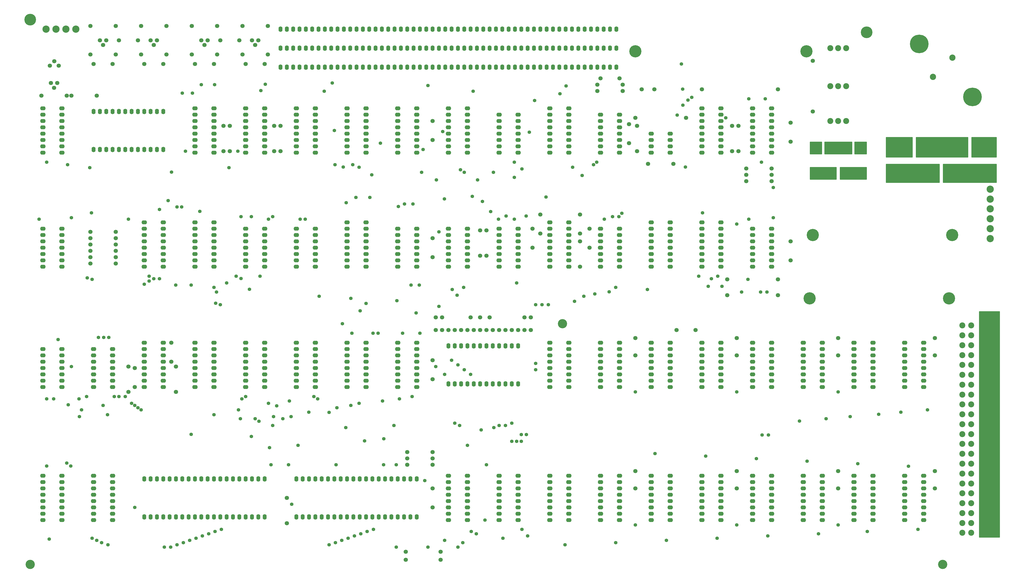
<source format=gbs>
G04*
G04  File:            PCB-11.BMK, Sun Feb 24 12:18:14 2019*
G04  Source:          P-CAD 2006 PCB, Version 19.02.958, (D:\pcb-11\pcb-11.pcb)*
G04  Format:          Gerber Format (RS-274-D), ASCII*
G04*
G04  Format Options:  Absolute Positioning*
G04                   Leading-Zero Suppression*
G04                   Scale Factor 1:1*
G04                   NO Circular Interpolation*
G04                   Inch Units*
G04                   Numeric Format: 4.4 (XXXX.XXXX)*
G04                   G54 NOT Used for Aperture Change*
G04                   Apertures Embedded*
G04*
G04  File Options:    Offset = (0.0mil,0.0mil)*
G04                   Drill Symbol Size = 80.0mil*
G04                   No Pad/Via Holes*
G04*
G04  File Contents:   Pads*
G04                   Vias*
G04                   No Designators*
G04                   No Types*
G04                   No Values*
G04                   No Drill Symbols*
G04                   Bot Mask*
G04*
%INPCB-11.BMK*%
%ICAS*%
%MOIN*%
G04*
G04  Aperture MACROs for general use --- invoked via D-code assignment *
G04*
G04  General MACRO for flashed round with rotation and/or offset hole *
%AMROTOFFROUND*
1,1,$1,0.0000,0.0000*
1,0,$2,$3,$4*%
G04*
G04  General MACRO for flashed oval (obround) with rotation and/or offset hole *
%AMROTOFFOVAL*
21,1,$1,$2,0.0000,0.0000,$3*
1,1,$4,$5,$6*
1,1,$4,0-$5,0-$6*
1,0,$7,$8,$9*%
G04*
G04  General MACRO for flashed oval (obround) with rotation and no hole *
%AMROTOVALNOHOLE*
21,1,$1,$2,0.0000,0.0000,$3*
1,1,$4,$5,$6*
1,1,$4,0-$5,0-$6*%
G04*
G04  General MACRO for flashed rectangle with rotation and/or offset hole *
%AMROTOFFRECT*
21,1,$1,$2,0.0000,0.0000,$3*
1,0,$4,$5,$6*%
G04*
G04  General MACRO for flashed rectangle with rotation and no hole *
%AMROTRECTNOHOLE*
21,1,$1,$2,0.0000,0.0000,$3*%
G04*
G04  General MACRO for flashed rounded-rectangle *
%AMROUNDRECT*
21,1,$1,$2-$4,0.0000,0.0000,$3*
21,1,$1-$4,$2,0.0000,0.0000,$3*
1,1,$4,$5,$6*
1,1,$4,$7,$8*
1,1,$4,0-$5,0-$6*
1,1,$4,0-$7,0-$8*
1,0,$9,$10,$11*%
G04*
G04  General MACRO for flashed rounded-rectangle with rotation and no hole *
%AMROUNDRECTNOHOLE*
21,1,$1,$2-$4,0.0000,0.0000,$3*
21,1,$1-$4,$2,0.0000,0.0000,$3*
1,1,$4,$5,$6*
1,1,$4,$7,$8*
1,1,$4,0-$5,0-$6*
1,1,$4,0-$7,0-$8*%
G04*
G04  General MACRO for flashed regular polygon *
%AMREGPOLY*
5,1,$1,0.0000,0.0000,$2,$3+$4*
1,0,$5,$6,$7*%
G04*
G04  General MACRO for flashed regular polygon with no hole *
%AMREGPOLYNOHOLE*
5,1,$1,0.0000,0.0000,$2,$3+$4*%
G04*
G04  General MACRO for target *
%AMTARGET*
6,0,0,$1,$2,$3,4,$4,$5,$6*%
G04*
G04  General MACRO for mounting hole *
%AMMTHOLE*
1,1,$1,0,0*
1,0,$2,0,0*
$1=$1-$2*
$1=$1/2*
21,1,$2+$1,$3,0,0,$4*
21,1,$3,$2+$1,0,0,$4*%
G04*
G04*
G04  D10 : "Ellipse X0.254mm Y0.254mm H0.000mm 0.0deg (0.000mm,0.000mm) Draw"*
G04  Disc: OuterDia=0.0100*
%ADD10C, 0.0100*%
G04  D11 : "Ellipse X2.540mm Y2.540mm H0.000mm 0.0deg (0.000mm,0.000mm) Draw"*
G04  Disc: OuterDia=0.1000*
%ADD11C, 0.1000*%
G04  D12 : "Ellipse X0.300mm Y0.300mm H0.000mm 0.0deg (0.000mm,0.000mm) Draw"*
G04  Disc: OuterDia=0.0118*
%ADD12C, 0.0118*%
G04  D13 : "Ellipse X3.348mm Y3.348mm H0.000mm 0.0deg (0.000mm,0.000mm) Draw"*
G04  Disc: OuterDia=0.1318*
%ADD13C, 0.1318*%
G04  D14 : "Ellipse X0.400mm Y0.400mm H0.000mm 0.0deg (0.000mm,0.000mm) Draw"*
G04  Disc: OuterDia=0.0157*
%ADD14C, 0.0157*%
G04  D15 : "Ellipse X5.000mm Y5.000mm H0.000mm 0.0deg (0.000mm,0.000mm) Draw"*
G04  Disc: OuterDia=0.1969*
%ADD15C, 0.1969*%
G04  D16 : "Ellipse X0.508mm Y0.508mm H0.000mm 0.0deg (0.000mm,0.000mm) Draw"*
G04  Disc: OuterDia=0.0200*
%ADD16C, 0.0200*%
G04  D17 : "Ellipse X0.600mm Y0.600mm H0.000mm 0.0deg (0.000mm,0.000mm) Draw"*
G04  Disc: OuterDia=0.0236*
%ADD17C, 0.0236*%
G04  D18 : "Ellipse X6.000mm Y6.000mm H0.000mm 0.0deg (0.000mm,0.000mm) Draw"*
G04  Disc: OuterDia=0.2362*
%ADD18C, 0.2362*%
G04  D19 : "Ellipse X0.635mm Y0.635mm H0.000mm 0.0deg (0.000mm,0.000mm) Draw"*
G04  Disc: OuterDia=0.0250*
%ADD19C, 0.0250*%
G04  D20 : "Ellipse X0.700mm Y0.700mm H0.000mm 0.0deg (0.000mm,0.000mm) Draw"*
G04  Disc: OuterDia=0.0276*
%ADD20C, 0.0276*%
G04  D21 : "Ellipse X1.100mm Y1.100mm H0.000mm 0.0deg (0.000mm,0.000mm) Draw"*
G04  Disc: OuterDia=0.0433*
%ADD21C, 0.0433*%
G04  D22 : "Ellipse X0.127mm Y0.127mm H0.000mm 0.0deg (0.000mm,0.000mm) Draw"*
G04  Disc: OuterDia=0.0050*
%ADD22C, 0.0050*%
G04  D23 : "Ellipse X1.270mm Y1.270mm H0.000mm 0.0deg (0.000mm,0.000mm) Draw"*
G04  Disc: OuterDia=0.0500*
%ADD23C, 0.0500*%
G04  D24 : "Ellipse X1.500mm Y1.500mm H0.000mm 0.0deg (0.000mm,0.000mm) Draw"*
G04  Disc: OuterDia=0.0591*
%ADD24C, 0.0591*%
G04  D25 : "Ellipse X0.200mm Y0.200mm H0.000mm 0.0deg (0.000mm,0.000mm) Draw"*
G04  Disc: OuterDia=0.0079*
%ADD25C, 0.0079*%
G04  D26 : "Ellipse X2.200mm Y2.200mm H0.000mm 0.0deg (0.000mm,0.000mm) Draw"*
G04  Disc: OuterDia=0.0866*
%ADD26C, 0.0866*%
G04  D27 : "Ellipse X0.240mm Y0.240mm H0.000mm 0.0deg (0.000mm,0.000mm) Draw"*
G04  Disc: OuterDia=0.0094*
%ADD27C, 0.0094*%
G04  D28 : "Ellipse X2.300mm Y2.300mm H0.000mm 0.0deg (0.000mm,0.000mm) Draw"*
G04  Disc: OuterDia=0.0906*
%ADD28C, 0.0906*%
G04  D29 : "Ellipse X2.700mm Y2.700mm H0.000mm 0.0deg (0.000mm,0.000mm) Flash"*
G04  Disc: OuterDia=0.1063*
%ADD29C, 0.1063*%
G04  D30 : "Ellipse X2.900mm Y2.900mm H0.000mm 0.0deg (0.000mm,0.000mm) Flash"*
G04  Disc: OuterDia=0.1142*
%ADD30C, 0.1142*%
G04  D31 : "Ellipse X3.700mm Y3.700mm H0.000mm 0.0deg (0.000mm,0.000mm) Flash"*
G04  Disc: OuterDia=0.1457*
%ADD31C, 0.1457*%
G04  D32 : "Ellipse X4.500mm Y4.500mm H0.000mm 0.0deg (0.000mm,0.000mm) Flash"*
G04  Disc: OuterDia=0.1772*
%ADD32C, 0.1772*%
G04  D33 : "Ellipse X4.700mm Y4.700mm H0.000mm 0.0deg (0.000mm,0.000mm) Flash"*
G04  Disc: OuterDia=0.1850*
%ADD33C, 0.1850*%
G04  D34 : "Ellipse X4.900mm Y4.900mm H0.000mm 0.0deg (0.000mm,0.000mm) Flash"*
G04  Disc: OuterDia=0.1929*
%ADD34C, 0.1929*%
G04  D35 : "Ellipse X7.250mm Y7.250mm H0.000mm 0.0deg (0.000mm,0.000mm) Flash"*
G04  Disc: OuterDia=0.2854*
%ADD35C, 0.2854*%
G04  D36 : "Ellipse X7.450mm Y7.450mm H0.000mm 0.0deg (0.000mm,0.000mm) Flash"*
G04  Disc: OuterDia=0.2933*
%ADD36C, 0.2933*%
G04  D37 : "Ellipse X1.500mm Y1.500mm H0.000mm 0.0deg (0.000mm,0.000mm) Flash"*
G04  Disc: OuterDia=0.0591*
%ADD37C, 0.0591*%
G04  D38 : "Ellipse X1.700mm Y1.700mm H0.000mm 0.0deg (0.000mm,0.000mm) Flash"*
G04  Disc: OuterDia=0.0669*
%ADD38C, 0.0669*%
G04  D39 : "Ellipse X2.200mm Y2.200mm H0.000mm 0.0deg (0.000mm,0.000mm) Flash"*
G04  Disc: OuterDia=0.0866*
%ADD39C, 0.0866*%
G04  D40 : "Ellipse X2.300mm Y2.300mm H0.000mm 0.0deg (0.000mm,0.000mm) Flash"*
G04  Disc: OuterDia=0.0906*
%ADD40C, 0.0906*%
G04  D41 : "Ellipse X2.400mm Y2.400mm H0.000mm 0.0deg (0.000mm,0.000mm) Flash"*
G04  Disc: OuterDia=0.0945*
%ADD41C, 0.0945*%
G04  D42 : "Ellipse X2.500mm Y2.500mm H0.000mm 0.0deg (0.000mm,0.000mm) Flash"*
G04  Disc: OuterDia=0.0984*
%ADD42C, 0.0984*%
G04  D43 : "Mounting Hole X3.500mm Y3.500mm H0.000mm 0.0deg (0.000mm,0.000mm) Flash"*
G04  Mounting Hole: Diameter=0.1378, Rotation=0.0, LineWidth=0.0050 *
%ADD43MTHOLE, 0.1378 X0.1178 X0.0050 X0.0*%
G04  D44 : "Oval X2.000mm Y1.400mm H0.000mm 0.0deg (0.000mm,0.000mm) Flash"*
G04  Obround: DimX=0.0787, DimY=0.0551, Rotation=0.0, OffsetX=0.0000, OffsetY=0.0000, HoleDia=0.0000 *
%ADD44O, 0.0787 X0.0551*%
G04  D45 : "Oval X1.400mm Y2.000mm H0.000mm 0.0deg (0.000mm,0.000mm) Flash"*
G04  Obround: DimX=0.0551, DimY=0.0787, Rotation=0.0, OffsetX=0.0000, OffsetY=0.0000, HoleDia=0.0000 *
%ADD45O, 0.0551 X0.0787*%
G04  D46 : "Oval X2.200mm Y1.600mm H0.000mm 0.0deg (0.000mm,0.000mm) Flash"*
G04  Obround: DimX=0.0866, DimY=0.0630, Rotation=0.0, OffsetX=0.0000, OffsetY=0.0000, HoleDia=0.0000 *
%ADD46O, 0.0866 X0.0630*%
G04  D47 : "Oval X1.600mm Y2.200mm H0.000mm 0.0deg (0.000mm,0.000mm) Flash"*
G04  Obround: DimX=0.0630, DimY=0.0866, Rotation=0.0, OffsetX=0.0000, OffsetY=0.0000, HoleDia=0.0000 *
%ADD47O, 0.0630 X0.0866*%
G04  D48 : "Ellipse X1.200mm Y1.200mm H0.000mm 0.0deg (0.000mm,0.000mm) Flash"*
G04  Disc: OuterDia=0.0472*
%ADD48C, 0.0472*%
G04  D49 : "Ellipse X1.400mm Y1.400mm H0.000mm 0.0deg (0.000mm,0.000mm) Flash"*
G04  Disc: OuterDia=0.0551*
%ADD49C, 0.0551*%
G04*
%FSLAX44Y44*%
%SFA1B1*%
%OFA0.0000B0.0000*%
G04*
G70*
G90*
G01*
D2*
%LNBot Mask*%
D10*
X135100Y77850*
X136850D1*
X135100Y77900D2*
X136850D1*
X135100Y77950D2*
X136850D1*
X135100Y78000D2*
X136850D1*
X135100Y78050D2*
X136850D1*
X135100Y78100D2*
X136850D1*
X135100Y78150D2*
X136850D1*
X135100Y78200D2*
X136850D1*
X135100Y78250D2*
X136850D1*
X135100Y78300D2*
X136850D1*
X135100Y78350D2*
X136850D1*
X135100Y78400D2*
X136850D1*
X135100Y78450D2*
X136850D1*
X135100Y78500D2*
X136850D1*
X135100Y78550D2*
X136850D1*
X135100Y78600D2*
X136850D1*
X135100Y78650D2*
X136850D1*
X135100Y78700D2*
X136850D1*
X135100Y78750D2*
X136850D1*
X135100Y78800D2*
X136850D1*
X135100Y78850D2*
X136850D1*
X135100Y78900D2*
X136850D1*
X135100Y78950D2*
X136850D1*
X135100Y79000D2*
X136850D1*
X135100Y79050D2*
X136850D1*
X135100Y79100D2*
X136850D1*
X135100Y79150D2*
X136850D1*
X135100Y79200D2*
X136850D1*
X135100Y79250D2*
X136850D1*
X135100Y79300D2*
X136850D1*
X135100Y79350D2*
X136850D1*
X135100Y79400D2*
X136850D1*
X135100Y79450D2*
X136850D1*
X135100Y79500D2*
X136850D1*
X135100Y79550D2*
X136850D1*
X135100Y79600D2*
X136850D1*
X136900Y79700D2*
X135050D1*
Y77800*
X136900*
Y79700*
X135100Y73850D2*
X139150D1*
X135100Y73900D2*
X139150D1*
X135100Y73950D2*
X139150D1*
X135100Y74000D2*
X139150D1*
X135100Y74050D2*
X139150D1*
X135100Y74100D2*
X139150D1*
X135100Y74150D2*
X139150D1*
X135100Y74200D2*
X139150D1*
X135100Y74250D2*
X139150D1*
X135100Y74300D2*
X139150D1*
X135100Y74350D2*
X139150D1*
X135100Y74400D2*
X139150D1*
X135100Y74450D2*
X139150D1*
X135100Y74500D2*
X139150D1*
X135100Y74550D2*
X139150D1*
X135100Y74600D2*
X139150D1*
X135100Y74650D2*
X139150D1*
X135100Y74700D2*
X139150D1*
X135100Y74750D2*
X139150D1*
X135100Y74800D2*
X139150D1*
X135100Y74850D2*
X139150D1*
X135100Y74900D2*
X139150D1*
X135100Y74950D2*
X139150D1*
X135100Y75000D2*
X139150D1*
X135100Y75050D2*
X139150D1*
X135100Y75100D2*
X139150D1*
X135100Y75150D2*
X139150D1*
X135100Y75200D2*
X139150D1*
X135100Y75250D2*
X139150D1*
X135100Y75300D2*
X139150D1*
X135100Y75350D2*
X139150D1*
X135100Y75400D2*
X139150D1*
X135100Y75450D2*
X139150D1*
X135100Y75500D2*
X139150D1*
X135100Y75550D2*
X139150D1*
X135100Y75600D2*
X139150D1*
X139200Y75700D2*
X135050D1*
Y73800*
X139200*
Y75700*
X139850Y73850D2*
X143900D1*
X139850Y73900D2*
X143900D1*
X139850Y73950D2*
X143900D1*
X139850Y74000D2*
X143900D1*
X139850Y74050D2*
X143900D1*
X139850Y74100D2*
X143900D1*
X139850Y74150D2*
X143900D1*
X139850Y74200D2*
X143900D1*
X139850Y74250D2*
X143900D1*
X139850Y74300D2*
X143900D1*
X139850Y74350D2*
X143900D1*
X139850Y74400D2*
X143900D1*
X139850Y74450D2*
X143900D1*
X139850Y74500D2*
X143900D1*
X139850Y74550D2*
X143900D1*
X139850Y74600D2*
X143900D1*
X139850Y74650D2*
X143900D1*
X139850Y74700D2*
X143900D1*
X139850Y74750D2*
X143900D1*
X139850Y74800D2*
X143900D1*
X139850Y74850D2*
X143900D1*
X139850Y74900D2*
X143900D1*
X139850Y74950D2*
X143900D1*
X139850Y75000D2*
X143900D1*
X139850Y75050D2*
X143900D1*
X139850Y75100D2*
X143900D1*
X139850Y75150D2*
X143900D1*
X139850Y75200D2*
X143900D1*
X139850Y75250D2*
X143900D1*
X139850Y75300D2*
X143900D1*
X139850Y75350D2*
X143900D1*
X139850Y75400D2*
X143900D1*
X139850Y75450D2*
X143900D1*
X139850Y75500D2*
X143900D1*
X139850Y75550D2*
X143900D1*
X139850Y75600D2*
X143900D1*
X143950Y75700D2*
X139800D1*
Y73800*
X143950*
Y75700*
X137400Y77850D2*
X141600D1*
X137400Y77900D2*
X141600D1*
X137400Y77950D2*
X141600D1*
X137400Y78000D2*
X141600D1*
X137400Y78050D2*
X141600D1*
X137400Y78100D2*
X141600D1*
X137400Y78150D2*
X141600D1*
X137400Y78200D2*
X141600D1*
X137400Y78250D2*
X141600D1*
X137400Y78300D2*
X141600D1*
X137400Y78350D2*
X141600D1*
X137400Y78400D2*
X141600D1*
X137400Y78450D2*
X141600D1*
X137400Y78500D2*
X141600D1*
X137400Y78550D2*
X141600D1*
X137400Y78600D2*
X141600D1*
X137400Y78650D2*
X141600D1*
X137400Y78700D2*
X141600D1*
X137400Y78750D2*
X141600D1*
X137400Y78800D2*
X141600D1*
X137400Y78850D2*
X141600D1*
X137400Y78900D2*
X141600D1*
X137400Y78950D2*
X141600D1*
X137400Y79000D2*
X141600D1*
X137400Y79050D2*
X141600D1*
X137400Y79100D2*
X141600D1*
X137400Y79150D2*
X141600D1*
X137400Y79200D2*
X141600D1*
X137400Y79250D2*
X141600D1*
X137400Y79300D2*
X141600D1*
X137400Y79350D2*
X141600D1*
X137400Y79400D2*
X141600D1*
X137400Y79450D2*
X141600D1*
X137400Y79500D2*
X141600D1*
X137400Y79550D2*
X141600D1*
X137400Y79600D2*
X141600D1*
X141650Y79700D2*
X137350D1*
Y77800*
X141650*
Y79700*
X142150Y77850D2*
X143900D1*
X142150Y77900D2*
X143900D1*
X142150Y77950D2*
X143900D1*
X142150Y78000D2*
X143900D1*
X142150Y78050D2*
X143900D1*
X142150Y78100D2*
X143900D1*
X142150Y78150D2*
X143900D1*
X142150Y78200D2*
X143900D1*
X142150Y78250D2*
X143900D1*
X142150Y78300D2*
X143900D1*
X142150Y78350D2*
X143900D1*
X142150Y78400D2*
X143900D1*
X142150Y78450D2*
X143900D1*
X142150Y78500D2*
X143900D1*
X142150Y78550D2*
X143900D1*
X142150Y78600D2*
X143900D1*
X142150Y78650D2*
X143900D1*
X142150Y78700D2*
X143900D1*
X142150Y78750D2*
X143900D1*
X142150Y78800D2*
X143900D1*
X142150Y78850D2*
X143900D1*
X142150Y78900D2*
X143900D1*
X142150Y78950D2*
X143900D1*
X142150Y79000D2*
X143900D1*
X142150Y79050D2*
X143900D1*
X142150Y79100D2*
X143900D1*
X142150Y79150D2*
X143900D1*
X142150Y79200D2*
X143900D1*
X142150Y79250D2*
X143900D1*
X142150Y79300D2*
X143900D1*
X142150Y79350D2*
X143900D1*
X142150Y79400D2*
X143900D1*
X142150Y79450D2*
X143900D1*
X142150Y79500D2*
X143900D1*
X142150Y79550D2*
X143900D1*
X142150Y79600D2*
X143900D1*
X143950Y79700D2*
X142100D1*
Y77800*
X143950*
Y79700*
X147100Y77350D2*
X151150D1*
X147100Y77400D2*
X151150D1*
X147100Y77450D2*
X151150D1*
X147100Y77500D2*
X151150D1*
X147100Y77550D2*
X151150D1*
X147100Y77600D2*
X151150D1*
X147100Y77650D2*
X151150D1*
X147100Y77700D2*
X151150D1*
X147100Y77750D2*
X151150D1*
X147100Y77800D2*
X151150D1*
X147100Y77850D2*
X151150D1*
X147100Y77900D2*
X151150D1*
X147100Y77950D2*
X151150D1*
X147100Y78000D2*
X151150D1*
X147100Y78050D2*
X151150D1*
X147100Y78100D2*
X151150D1*
X147100Y78150D2*
X151150D1*
X147100Y78200D2*
X151150D1*
X147100Y78250D2*
X151150D1*
X147100Y78300D2*
X151150D1*
X147100Y78350D2*
X151150D1*
X147100Y78400D2*
X151150D1*
X147100Y78450D2*
X151150D1*
X147100Y78500D2*
X151150D1*
X147100Y78550D2*
X151150D1*
X147100Y78600D2*
X151150D1*
X147100Y78650D2*
X151150D1*
X147100Y78700D2*
X151150D1*
X147100Y78750D2*
X151150D1*
X147100Y78800D2*
X151150D1*
X147100Y78850D2*
X151150D1*
X147100Y78900D2*
X151150D1*
X147100Y78950D2*
X151150D1*
X147100Y79000D2*
X151150D1*
X147100Y79050D2*
X151150D1*
X147100Y79100D2*
X151150D1*
X147100Y79150D2*
X151150D1*
X147100Y79200D2*
X151150D1*
X147100Y79250D2*
X151150D1*
X147100Y79300D2*
X151150D1*
X147100Y79350D2*
X151150D1*
X147100Y79400D2*
X151150D1*
X147100Y79450D2*
X151150D1*
X147100Y79500D2*
X151150D1*
X147100Y79550D2*
X151150D1*
X147100Y79600D2*
X151150D1*
X147100Y79650D2*
X151150D1*
X147100Y79700D2*
X151150D1*
X147100Y79750D2*
X151150D1*
X147100Y79800D2*
X151150D1*
X147100Y79850D2*
X151150D1*
X147100Y79900D2*
X151150D1*
X147100Y79950D2*
X151150D1*
X147100Y80000D2*
X151150D1*
X147100Y80050D2*
X151150D1*
X147100Y80100D2*
X151150D1*
X147100Y80150D2*
X151150D1*
X147100Y80200D2*
X151150D1*
X147100Y80250D2*
X151150D1*
X147100Y80300D2*
X151150D1*
X147100Y80350D2*
X151150D1*
X151200Y80450D2*
X147050D1*
Y77300*
X151200*
Y80450*
X160600Y77350D2*
X164400D1*
X160600Y77400D2*
X164400D1*
X160600Y77450D2*
X164400D1*
X160600Y77500D2*
X164400D1*
X160600Y77550D2*
X164400D1*
X160600Y77600D2*
X164400D1*
X160600Y77650D2*
X164400D1*
X160600Y77700D2*
X164400D1*
X160600Y77750D2*
X164400D1*
X160600Y77800D2*
X164400D1*
X160600Y77850D2*
X164400D1*
X160600Y77900D2*
X164400D1*
X160600Y77950D2*
X164400D1*
X160600Y78000D2*
X164400D1*
X160600Y78050D2*
X164400D1*
X160600Y78100D2*
X164400D1*
X160600Y78150D2*
X164400D1*
X160600Y78200D2*
X164400D1*
X160600Y78250D2*
X164400D1*
X160600Y78300D2*
X164400D1*
X160600Y78350D2*
X164400D1*
X160600Y78400D2*
X164400D1*
X160600Y78450D2*
X164400D1*
X160600Y78500D2*
X164400D1*
X160600Y78550D2*
X164400D1*
X160600Y78600D2*
X164400D1*
X160600Y78650D2*
X164400D1*
X160600Y78700D2*
X164400D1*
X160600Y78750D2*
X164400D1*
X160600Y78800D2*
X164400D1*
X160600Y78850D2*
X164400D1*
X160600Y78900D2*
X164400D1*
X160600Y78950D2*
X164400D1*
X160600Y79000D2*
X164400D1*
X160600Y79050D2*
X164400D1*
X160600Y79100D2*
X164400D1*
X160600Y79150D2*
X164400D1*
X160600Y79200D2*
X164400D1*
X160600Y79250D2*
X164400D1*
X160600Y79300D2*
X164400D1*
X160600Y79350D2*
X164400D1*
X160600Y79400D2*
X164400D1*
X160600Y79450D2*
X164400D1*
X160600Y79500D2*
X164400D1*
X160600Y79550D2*
X164400D1*
X160600Y79600D2*
X164400D1*
X160600Y79650D2*
X164400D1*
X160600Y79700D2*
X164400D1*
X160600Y79750D2*
X164400D1*
X160600Y79800D2*
X164400D1*
X160600Y79850D2*
X164400D1*
X160600Y79900D2*
X164400D1*
X160600Y79950D2*
X164400D1*
X160600Y80000D2*
X164400D1*
X160600Y80050D2*
X164400D1*
X160600Y80100D2*
X164400D1*
X160600Y80150D2*
X164400D1*
X160600Y80200D2*
X164400D1*
X160600Y80250D2*
X164400D1*
X160600Y80300D2*
X164400D1*
X160600Y80350D2*
X164400D1*
X164450Y80450D2*
X160550D1*
Y77300*
X164450*
Y80450*
X147100Y73350D2*
X155400D1*
X147100Y73400D2*
X155400D1*
X147100Y73450D2*
X155400D1*
X147100Y73500D2*
X155400D1*
X147100Y73550D2*
X155400D1*
X147100Y73600D2*
X155400D1*
X147100Y73650D2*
X155400D1*
X147100Y73700D2*
X155400D1*
X147100Y73750D2*
X155400D1*
X147100Y73800D2*
X155400D1*
X147100Y73850D2*
X155400D1*
X147100Y73900D2*
X155400D1*
X147100Y73950D2*
X155400D1*
X147100Y74000D2*
X155400D1*
X147100Y74050D2*
X155400D1*
X147100Y74100D2*
X155400D1*
X147100Y74150D2*
X155400D1*
X147100Y74200D2*
X155400D1*
X147100Y74250D2*
X155400D1*
X147100Y74300D2*
X155400D1*
X147100Y74350D2*
X155400D1*
X147100Y74400D2*
X155400D1*
X147100Y74450D2*
X155400D1*
X147100Y74500D2*
X155400D1*
X147100Y74550D2*
X155400D1*
X147100Y74600D2*
X155400D1*
X147100Y74650D2*
X155400D1*
X147100Y74700D2*
X155400D1*
X147100Y74750D2*
X155400D1*
X147100Y74800D2*
X155400D1*
X147100Y74850D2*
X155400D1*
X147100Y74900D2*
X155400D1*
X147100Y74950D2*
X155400D1*
X147100Y75000D2*
X155400D1*
X147100Y75050D2*
X155400D1*
X147100Y75100D2*
X155400D1*
X147100Y75150D2*
X155400D1*
X147100Y75200D2*
X155400D1*
X147100Y75250D2*
X155400D1*
X147100Y75300D2*
X155400D1*
X147100Y75350D2*
X155400D1*
X147100Y75400D2*
X155400D1*
X147100Y75450D2*
X155400D1*
X147100Y75500D2*
X155400D1*
X147100Y75550D2*
X155400D1*
X147100Y75600D2*
X155400D1*
X147100Y75650D2*
X155400D1*
X147100Y75700D2*
X155400D1*
X147100Y75750D2*
X155400D1*
X147100Y75800D2*
X155400D1*
X147100Y75850D2*
X155400D1*
X147100Y75900D2*
X155400D1*
X147100Y75950D2*
X155400D1*
X147100Y76000D2*
X155400D1*
X147100Y76050D2*
X155400D1*
X147100Y76100D2*
X155400D1*
X155450Y76200D2*
X147050D1*
Y73300*
X155450*
Y76200*
X161800Y17350D2*
X164900D1*
X161800Y17400D2*
X164900D1*
X161800Y17450D2*
X164900D1*
X161800Y17500D2*
X164900D1*
X161800Y17550D2*
X164900D1*
X161800Y17600D2*
X164900D1*
X161800Y17650D2*
X164900D1*
X161800Y17700D2*
X164900D1*
X161800Y17750D2*
X164900D1*
X161800Y17800D2*
X164900D1*
X161800Y17850D2*
X164900D1*
X161800Y17900D2*
X164900D1*
X161800Y17950D2*
X164900D1*
X161800Y18000D2*
X164900D1*
X161800Y18050D2*
X164900D1*
X161800Y18100D2*
X164900D1*
X161800Y18150D2*
X164900D1*
X161800Y18200D2*
X164900D1*
X161800Y18250D2*
X164900D1*
X161800Y18300D2*
X164900D1*
X161800Y18350D2*
X164900D1*
X161800Y18400D2*
X164900D1*
X161800Y18450D2*
X164900D1*
X161800Y18500D2*
X164900D1*
X161800Y18550D2*
X164900D1*
X161800Y18600D2*
X164900D1*
X161800Y18650D2*
X164900D1*
X161800Y18700D2*
X164900D1*
X161800Y18750D2*
X164900D1*
X161800Y18800D2*
X164900D1*
X161800Y18850D2*
X164900D1*
X161800Y18900D2*
X164900D1*
X161800Y18950D2*
X164900D1*
X161800Y19000D2*
X164900D1*
X161800Y19050D2*
X164900D1*
X161800Y19100D2*
X164900D1*
X161800Y19150D2*
X164900D1*
X161800Y19200D2*
X164900D1*
X161800Y19250D2*
X164900D1*
X161800Y19300D2*
X164900D1*
X161800Y19350D2*
X164900D1*
X161800Y19400D2*
X164900D1*
X161800Y19450D2*
X164900D1*
X161800Y19500D2*
X164900D1*
X161800Y19550D2*
X164900D1*
X161800Y19600D2*
X164900D1*
X161800Y19650D2*
X164900D1*
X161800Y19700D2*
X164900D1*
X161800Y19750D2*
X164900D1*
X161800Y19800D2*
X164900D1*
X161800Y19850D2*
X164900D1*
X161800Y19900D2*
X164900D1*
X161800Y19950D2*
X164900D1*
X161800Y20000D2*
X164900D1*
X161800Y20050D2*
X164900D1*
X161800Y20100D2*
X164900D1*
X161800Y20150D2*
X164900D1*
X161800Y20200D2*
X164900D1*
X161800Y20250D2*
X164900D1*
X161800Y20300D2*
X164900D1*
X161800Y20350D2*
X164900D1*
X161800Y20400D2*
X164900D1*
X161800Y20450D2*
X164900D1*
X161800Y20500D2*
X164900D1*
X161800Y20550D2*
X164900D1*
X161800Y20600D2*
X164900D1*
X161800Y20650D2*
X164900D1*
X161800Y20700D2*
X164900D1*
X161800Y20750D2*
X164900D1*
X161800Y20800D2*
X164900D1*
X161800Y20850D2*
X164900D1*
X161800Y20900D2*
X164900D1*
X161800Y20950D2*
X164900D1*
X161800Y21000D2*
X164900D1*
X161800Y21050D2*
X164900D1*
X161800Y21100D2*
X164900D1*
X161800Y21150D2*
X164900D1*
X161800Y21200D2*
X164900D1*
X161800Y21250D2*
X164900D1*
X161800Y21300D2*
X164900D1*
X161800Y21350D2*
X164900D1*
X161800Y21400D2*
X164900D1*
X161800Y21450D2*
X164900D1*
X161800Y21500D2*
X164900D1*
X161800Y21550D2*
X164900D1*
X161800Y21600D2*
X164900D1*
X161800Y21650D2*
X164900D1*
X161800Y21700D2*
X164900D1*
X161800Y21750D2*
X164900D1*
X161800Y21800D2*
X164900D1*
X161800Y21850D2*
X164900D1*
X161800Y21900D2*
X164900D1*
X161800Y21950D2*
X164900D1*
X161800Y22000D2*
X164900D1*
X161800Y22050D2*
X164900D1*
X161800Y22100D2*
X164900D1*
X161800Y22150D2*
X164900D1*
X161800Y22200D2*
X164900D1*
X161800Y22250D2*
X164900D1*
X161800Y22300D2*
X164900D1*
X161800Y22350D2*
X164900D1*
X161800Y22400D2*
X164900D1*
X161800Y22450D2*
X164900D1*
X161800Y22500D2*
X164900D1*
X161800Y22550D2*
X164900D1*
X161800Y22600D2*
X164900D1*
X161800Y22650D2*
X164900D1*
X161800Y22700D2*
X164900D1*
X161800Y22750D2*
X164900D1*
X161800Y22800D2*
X164900D1*
X161800Y22850D2*
X164900D1*
X161800Y22900D2*
X164900D1*
X161800Y22950D2*
X164900D1*
X161800Y23000D2*
X164900D1*
X161800Y23050D2*
X164900D1*
X161800Y23100D2*
X164900D1*
X161800Y23150D2*
X164900D1*
X161800Y23200D2*
X164900D1*
X161800Y23250D2*
X164900D1*
X161800Y23300D2*
X164900D1*
X161800Y23350D2*
X164900D1*
X161800Y23400D2*
X164900D1*
X161800Y23450D2*
X164900D1*
X161800Y23500D2*
X164900D1*
X161800Y23550D2*
X164900D1*
X161800Y23600D2*
X164900D1*
X161800Y23650D2*
X164900D1*
X161800Y23700D2*
X164900D1*
X161800Y23750D2*
X164900D1*
X161800Y23800D2*
X164900D1*
X161800Y23850D2*
X164900D1*
X161800Y23900D2*
X164900D1*
X161800Y23950D2*
X164900D1*
X161800Y24000D2*
X164900D1*
X161800Y24050D2*
X164900D1*
X161800Y24100D2*
X164900D1*
X161800Y24150D2*
X164900D1*
X161800Y24200D2*
X164900D1*
X161800Y24250D2*
X164900D1*
X161800Y24300D2*
X164900D1*
X161800Y24350D2*
X164900D1*
X161800Y24400D2*
X164900D1*
X161800Y24450D2*
X164900D1*
X161800Y24500D2*
X164900D1*
X161800Y24550D2*
X164900D1*
X161800Y24600D2*
X164900D1*
X161800Y24650D2*
X164900D1*
X161800Y24700D2*
X164900D1*
X161800Y24750D2*
X164900D1*
X161800Y24800D2*
X164900D1*
X161800Y24850D2*
X164900D1*
X161800Y24900D2*
X164900D1*
X161800Y24950D2*
X164900D1*
X161800Y25000D2*
X164900D1*
X161800Y25050D2*
X164900D1*
X161800Y25100D2*
X164900D1*
X161800Y25150D2*
X164900D1*
X161800Y25200D2*
X164900D1*
X161800Y25250D2*
X164900D1*
X161800Y25300D2*
X164900D1*
X161800Y25350D2*
X164900D1*
X161800Y25400D2*
X164900D1*
X161800Y25450D2*
X164900D1*
X161800Y25500D2*
X164900D1*
X161800Y25550D2*
X164900D1*
X161800Y25600D2*
X164900D1*
X161800Y25650D2*
X164900D1*
X161800Y25700D2*
X164900D1*
X161800Y25750D2*
X164900D1*
X161800Y25800D2*
X164900D1*
X161800Y25850D2*
X164900D1*
X161800Y25900D2*
X164900D1*
X161800Y25950D2*
X164900D1*
X161800Y26000D2*
X164900D1*
X161800Y26050D2*
X164900D1*
X161800Y26100D2*
X164900D1*
X161800Y26150D2*
X164900D1*
X161800Y26200D2*
X164900D1*
X161800Y26250D2*
X164900D1*
X161800Y26300D2*
X164900D1*
X161800Y26350D2*
X164900D1*
X161800Y26400D2*
X164900D1*
X161800Y26450D2*
X164900D1*
X161800Y26500D2*
X164900D1*
X161800Y26550D2*
X164900D1*
X161800Y26600D2*
X164900D1*
X161800Y26650D2*
X164900D1*
X161800Y26700D2*
X164900D1*
X161800Y26750D2*
X164900D1*
X161800Y26800D2*
X164900D1*
X161800Y26850D2*
X164900D1*
X161800Y26900D2*
X164900D1*
X161800Y26950D2*
X164900D1*
X161800Y27000D2*
X164900D1*
X161800Y27050D2*
X164900D1*
X161800Y27100D2*
X164900D1*
X161800Y27150D2*
X164900D1*
X161800Y27200D2*
X164900D1*
X161800Y27250D2*
X164900D1*
X161800Y27300D2*
X164900D1*
X161800Y27350D2*
X164900D1*
X161800Y27400D2*
X164900D1*
X161800Y27450D2*
X164900D1*
X161800Y27500D2*
X164900D1*
X161800Y27550D2*
X164900D1*
X161800Y27600D2*
X164900D1*
X161800Y27650D2*
X164900D1*
X161800Y27700D2*
X164900D1*
X161800Y27750D2*
X164900D1*
X161800Y27800D2*
X164900D1*
X161800Y27850D2*
X164900D1*
X161800Y27900D2*
X164900D1*
X161800Y27950D2*
X164900D1*
X161800Y28000D2*
X164900D1*
X161800Y28050D2*
X164900D1*
X161800Y28100D2*
X164900D1*
X161800Y28150D2*
X164900D1*
X161800Y28200D2*
X164900D1*
X161800Y28250D2*
X164900D1*
X161800Y28300D2*
X164900D1*
X161800Y28350D2*
X164900D1*
X161800Y28400D2*
X164900D1*
X161800Y28450D2*
X164900D1*
X161800Y28500D2*
X164900D1*
X161800Y28550D2*
X164900D1*
X161800Y28600D2*
X164900D1*
X161800Y28650D2*
X164900D1*
X161800Y28700D2*
X164900D1*
X161800Y28750D2*
X164900D1*
X161800Y28800D2*
X164900D1*
X161800Y28850D2*
X164900D1*
X161800Y28900D2*
X164900D1*
X161800Y28950D2*
X164900D1*
X161800Y29000D2*
X164900D1*
X161800Y29050D2*
X164900D1*
X161800Y29100D2*
X164900D1*
X161800Y29150D2*
X164900D1*
X161800Y29200D2*
X164900D1*
X161800Y29250D2*
X164900D1*
X161800Y29300D2*
X164900D1*
X161800Y29350D2*
X164900D1*
X161800Y29400D2*
X164900D1*
X161800Y29450D2*
X164900D1*
X161800Y29500D2*
X164900D1*
X161800Y29550D2*
X164900D1*
X161800Y29600D2*
X164900D1*
X161800Y29650D2*
X164900D1*
X161800Y29700D2*
X164900D1*
X161800Y29750D2*
X164900D1*
X161800Y29800D2*
X164900D1*
X161800Y29850D2*
X164900D1*
X161800Y29900D2*
X164900D1*
X161800Y29950D2*
X164900D1*
X161800Y30000D2*
X164900D1*
X161800Y30050D2*
X164900D1*
X161800Y30100D2*
X164900D1*
X161800Y30150D2*
X164900D1*
X161800Y30200D2*
X164900D1*
X161800Y30250D2*
X164900D1*
X161800Y30300D2*
X164900D1*
X161800Y30350D2*
X164900D1*
X161800Y30400D2*
X164900D1*
X161800Y30450D2*
X164900D1*
X161800Y30500D2*
X164900D1*
X161800Y30550D2*
X164900D1*
X161800Y30600D2*
X164900D1*
X161800Y30650D2*
X164900D1*
X161800Y30700D2*
X164900D1*
X161800Y30750D2*
X164900D1*
X161800Y30800D2*
X164900D1*
X161800Y30850D2*
X164900D1*
X161800Y30900D2*
X164900D1*
X161800Y30950D2*
X164900D1*
X161800Y31000D2*
X164900D1*
X161800Y31050D2*
X164900D1*
X161800Y31100D2*
X164900D1*
X161800Y31150D2*
X164900D1*
X161800Y31200D2*
X164900D1*
X161800Y31250D2*
X164900D1*
X161800Y31300D2*
X164900D1*
X161800Y31350D2*
X164900D1*
X161800Y31400D2*
X164900D1*
X161800Y31450D2*
X164900D1*
X161800Y31500D2*
X164900D1*
X161800Y31550D2*
X164900D1*
X161800Y31600D2*
X164900D1*
X161800Y31650D2*
X164900D1*
X161800Y31700D2*
X164900D1*
X161800Y31750D2*
X164900D1*
X161800Y31800D2*
X164900D1*
X161800Y31850D2*
X164900D1*
X161800Y31900D2*
X164900D1*
X161800Y31950D2*
X164900D1*
X161800Y32000D2*
X164900D1*
X161800Y32050D2*
X164900D1*
X161800Y32100D2*
X164900D1*
X161800Y32150D2*
X164900D1*
X161800Y32200D2*
X164900D1*
X161800Y32250D2*
X164900D1*
X161800Y32300D2*
X164900D1*
X161800Y32350D2*
X164900D1*
X161800Y32400D2*
X164900D1*
X161800Y32450D2*
X164900D1*
X161800Y32500D2*
X164900D1*
X161800Y32550D2*
X164900D1*
X161800Y32600D2*
X164900D1*
X161800Y32650D2*
X164900D1*
X161800Y32700D2*
X164900D1*
X161800Y32750D2*
X164900D1*
X161800Y32800D2*
X164900D1*
X161800Y32850D2*
X164900D1*
X161800Y32900D2*
X164900D1*
X161800Y32950D2*
X164900D1*
X161800Y33000D2*
X164900D1*
X161800Y33050D2*
X164900D1*
X161800Y33100D2*
X164900D1*
X161800Y33150D2*
X164900D1*
X161800Y33200D2*
X164900D1*
X161800Y33250D2*
X164900D1*
X161800Y33300D2*
X164900D1*
X161800Y33350D2*
X164900D1*
X161800Y33400D2*
X164900D1*
X161800Y33450D2*
X164900D1*
X161800Y33500D2*
X164900D1*
X161800Y33550D2*
X164900D1*
X161800Y33600D2*
X164900D1*
X161800Y33650D2*
X164900D1*
X161800Y33700D2*
X164900D1*
X161800Y33750D2*
X164900D1*
X161800Y33800D2*
X164900D1*
X161800Y33850D2*
X164900D1*
X161800Y33900D2*
X164900D1*
X161800Y33950D2*
X164900D1*
X161800Y34000D2*
X164900D1*
X161800Y34050D2*
X164900D1*
X161800Y34100D2*
X164900D1*
X161800Y34150D2*
X164900D1*
X161800Y34200D2*
X164900D1*
X161800Y34250D2*
X164900D1*
X161800Y34300D2*
X164900D1*
X161800Y34350D2*
X164900D1*
X161800Y34400D2*
X164900D1*
X161800Y34450D2*
X164900D1*
X161800Y34500D2*
X164900D1*
X161800Y34550D2*
X164900D1*
X161800Y34600D2*
X164900D1*
X161800Y34650D2*
X164900D1*
X161800Y34700D2*
X164900D1*
X161800Y34750D2*
X164900D1*
X161800Y34800D2*
X164900D1*
X161800Y34850D2*
X164900D1*
X161800Y34900D2*
X164900D1*
X161800Y34950D2*
X164900D1*
X161800Y35000D2*
X164900D1*
X161800Y35050D2*
X164900D1*
X161800Y35100D2*
X164900D1*
X161800Y35150D2*
X164900D1*
X161800Y35200D2*
X164900D1*
X161800Y35250D2*
X164900D1*
X161800Y35300D2*
X164900D1*
X161800Y35350D2*
X164900D1*
X161800Y35400D2*
X164900D1*
X161800Y35450D2*
X164900D1*
X161800Y35500D2*
X164900D1*
X161800Y35550D2*
X164900D1*
X161800Y35600D2*
X164900D1*
X161800Y35650D2*
X164900D1*
X161800Y35700D2*
X164900D1*
X161800Y35750D2*
X164900D1*
X161800Y35800D2*
X164900D1*
X161800Y35850D2*
X164900D1*
X161800Y35900D2*
X164900D1*
X161800Y35950D2*
X164900D1*
X161800Y36000D2*
X164900D1*
X161800Y36050D2*
X164900D1*
X161800Y36100D2*
X164900D1*
X161800Y36150D2*
X164900D1*
X161800Y36200D2*
X164900D1*
X161800Y36250D2*
X164900D1*
X161800Y36300D2*
X164900D1*
X161800Y36350D2*
X164900D1*
X161800Y36400D2*
X164900D1*
X161800Y36450D2*
X164900D1*
X161800Y36500D2*
X164900D1*
X161800Y36550D2*
X164900D1*
X161800Y36600D2*
X164900D1*
X161800Y36650D2*
X164900D1*
X161800Y36700D2*
X164900D1*
X161800Y36750D2*
X164900D1*
X161800Y36800D2*
X164900D1*
X161800Y36850D2*
X164900D1*
X161800Y36900D2*
X164900D1*
X161800Y36950D2*
X164900D1*
X161800Y37000D2*
X164900D1*
X161800Y37050D2*
X164900D1*
X161800Y37100D2*
X164900D1*
X161800Y37150D2*
X164900D1*
X161800Y37200D2*
X164900D1*
X161800Y37250D2*
X164900D1*
X161800Y37300D2*
X164900D1*
X161800Y37350D2*
X164900D1*
X161800Y37400D2*
X164900D1*
X161800Y37450D2*
X164900D1*
X161800Y37500D2*
X164900D1*
X161800Y37550D2*
X164900D1*
X161800Y37600D2*
X164900D1*
X161800Y37650D2*
X164900D1*
X161800Y37700D2*
X164900D1*
X161800Y37750D2*
X164900D1*
X161800Y37800D2*
X164900D1*
X161800Y37850D2*
X164900D1*
X161800Y37900D2*
X164900D1*
X161800Y37950D2*
X164900D1*
X161800Y38000D2*
X164900D1*
X161800Y38050D2*
X164900D1*
X161800Y38100D2*
X164900D1*
X161800Y38150D2*
X164900D1*
X161800Y38200D2*
X164900D1*
X161800Y38250D2*
X164900D1*
X161800Y38300D2*
X164900D1*
X161800Y38350D2*
X164900D1*
X161800Y38400D2*
X164900D1*
X161800Y38450D2*
X164900D1*
X161800Y38500D2*
X164900D1*
X161800Y38550D2*
X164900D1*
X161800Y38600D2*
X164900D1*
X161800Y38650D2*
X164900D1*
X161800Y38700D2*
X164900D1*
X161800Y38750D2*
X164900D1*
X161800Y38800D2*
X164900D1*
X161800Y38850D2*
X164900D1*
X161800Y38900D2*
X164900D1*
X161800Y38950D2*
X164900D1*
X161800Y39000D2*
X164900D1*
X161800Y39050D2*
X164900D1*
X161800Y39100D2*
X164900D1*
X161800Y39150D2*
X164900D1*
X161800Y39200D2*
X164900D1*
X161800Y39250D2*
X164900D1*
X161800Y39300D2*
X164900D1*
X161800Y39350D2*
X164900D1*
X161800Y39400D2*
X164900D1*
X161800Y39450D2*
X164900D1*
X161800Y39500D2*
X164900D1*
X161800Y39550D2*
X164900D1*
X161800Y39600D2*
X164900D1*
X161800Y39650D2*
X164900D1*
X161800Y39700D2*
X164900D1*
X161800Y39750D2*
X164900D1*
X161800Y39800D2*
X164900D1*
X161800Y39850D2*
X164900D1*
X161800Y39900D2*
X164900D1*
X161800Y39950D2*
X164900D1*
X161800Y40000D2*
X164900D1*
X161800Y40050D2*
X164900D1*
X161800Y40100D2*
X164900D1*
X161800Y40150D2*
X164900D1*
X161800Y40200D2*
X164900D1*
X161800Y40250D2*
X164900D1*
X161800Y40300D2*
X164900D1*
X161800Y40350D2*
X164900D1*
X161800Y40400D2*
X164900D1*
X161800Y40450D2*
X164900D1*
X161800Y40500D2*
X164900D1*
X161800Y40550D2*
X164900D1*
X161800Y40600D2*
X164900D1*
X161800Y40650D2*
X164900D1*
X161800Y40700D2*
X164900D1*
X161800Y40750D2*
X164900D1*
X161800Y40800D2*
X164900D1*
X161800Y40850D2*
X164900D1*
X161800Y40900D2*
X164900D1*
X161800Y40950D2*
X164900D1*
X161800Y41000D2*
X164900D1*
X161800Y41050D2*
X164900D1*
X161800Y41100D2*
X164900D1*
X161800Y41150D2*
X164900D1*
X161800Y41200D2*
X164900D1*
X161800Y41250D2*
X164900D1*
X161800Y41300D2*
X164900D1*
X161800Y41350D2*
X164900D1*
X161800Y41400D2*
X164900D1*
X161800Y41450D2*
X164900D1*
X161800Y41500D2*
X164900D1*
X161800Y41550D2*
X164900D1*
X161800Y41600D2*
X164900D1*
X161800Y41650D2*
X164900D1*
X161800Y41700D2*
X164900D1*
X161800Y41750D2*
X164900D1*
X161800Y41800D2*
X164900D1*
X161800Y41850D2*
X164900D1*
X161800Y41900D2*
X164900D1*
X161800Y41950D2*
X164900D1*
X161800Y42000D2*
X164900D1*
X161800Y42050D2*
X164900D1*
X161800Y42100D2*
X164900D1*
X161800Y42150D2*
X164900D1*
X161800Y42200D2*
X164900D1*
X161800Y42250D2*
X164900D1*
X161800Y42300D2*
X164900D1*
X161800Y42350D2*
X164900D1*
X161800Y42400D2*
X164900D1*
X161800Y42450D2*
X164900D1*
X161800Y42500D2*
X164900D1*
X161800Y42550D2*
X164900D1*
X161800Y42600D2*
X164900D1*
X161800Y42650D2*
X164900D1*
X161800Y42700D2*
X164900D1*
X161800Y42750D2*
X164900D1*
X161800Y42800D2*
X164900D1*
X161800Y42850D2*
X164900D1*
X161800Y42900D2*
X164900D1*
X161800Y42950D2*
X164900D1*
X161800Y43000D2*
X164900D1*
X161800Y43050D2*
X164900D1*
X161800Y43100D2*
X164900D1*
X161800Y43150D2*
X164900D1*
X161800Y43200D2*
X164900D1*
X161800Y43250D2*
X164900D1*
X161800Y43300D2*
X164900D1*
X161800Y43350D2*
X164900D1*
X161800Y43400D2*
X164900D1*
X161800Y43450D2*
X164900D1*
X161800Y43500D2*
X164900D1*
X161800Y43550D2*
X164900D1*
X161800Y43600D2*
X164900D1*
X161800Y43650D2*
X164900D1*
X161800Y43700D2*
X164900D1*
X161800Y43750D2*
X164900D1*
X161800Y43800D2*
X164900D1*
X161800Y43850D2*
X164900D1*
X161800Y43900D2*
X164900D1*
X161800Y43950D2*
X164900D1*
X161800Y44000D2*
X164900D1*
X161800Y44050D2*
X164900D1*
X161800Y44100D2*
X164900D1*
X161800Y44150D2*
X164900D1*
X161800Y44200D2*
X164900D1*
X161800Y44250D2*
X164900D1*
X161800Y44300D2*
X164900D1*
X161800Y44350D2*
X164900D1*
X161800Y44400D2*
X164900D1*
X161800Y44450D2*
X164900D1*
X161800Y44500D2*
X164900D1*
X161800Y44550D2*
X164900D1*
X161800Y44600D2*
X164900D1*
X161800Y44650D2*
X164900D1*
X161800Y44700D2*
X164900D1*
X161800Y44750D2*
X164900D1*
X161800Y44800D2*
X164900D1*
X161800Y44850D2*
X164900D1*
X161800Y44900D2*
X164900D1*
X161800Y44950D2*
X164900D1*
X161800Y45000D2*
X164900D1*
X161800Y45050D2*
X164900D1*
X161800Y45100D2*
X164900D1*
X161800Y45150D2*
X164900D1*
X161800Y45200D2*
X164900D1*
X161800Y45250D2*
X164900D1*
X161800Y45300D2*
X164900D1*
X161800Y45350D2*
X164900D1*
X161800Y45400D2*
X164900D1*
X161800Y45450D2*
X164900D1*
X161800Y45500D2*
X164900D1*
X161800Y45550D2*
X164900D1*
X161800Y45600D2*
X164900D1*
X161800Y45650D2*
X164900D1*
X161800Y45700D2*
X164900D1*
X161800Y45750D2*
X164900D1*
X161800Y45800D2*
X164900D1*
X161800Y45850D2*
X164900D1*
X161800Y45900D2*
X164900D1*
X161800Y45950D2*
X164900D1*
X161800Y46000D2*
X164900D1*
X161800Y46050D2*
X164900D1*
X161800Y46100D2*
X164900D1*
X161800Y46150D2*
X164900D1*
X161800Y46200D2*
X164900D1*
X161800Y46250D2*
X164900D1*
X161800Y46300D2*
X164900D1*
X161800Y46350D2*
X164900D1*
X161800Y46400D2*
X164900D1*
X161800Y46450D2*
X164900D1*
X161800Y46500D2*
X164900D1*
X161800Y46550D2*
X164900D1*
X161800Y46600D2*
X164900D1*
X161800Y46650D2*
X164900D1*
X161800Y46700D2*
X164900D1*
X161800Y46750D2*
X164900D1*
X161800Y46800D2*
X164900D1*
X161800Y46850D2*
X164900D1*
X161800Y46900D2*
X164900D1*
X161800Y46950D2*
X164900D1*
X161800Y47000D2*
X164900D1*
X161800Y47050D2*
X164900D1*
X161800Y47100D2*
X164900D1*
X161800Y47150D2*
X164900D1*
X161800Y47200D2*
X164900D1*
X161800Y47250D2*
X164900D1*
X161800Y47300D2*
X164900D1*
X161800Y47350D2*
X164900D1*
X161800Y47400D2*
X164900D1*
X161800Y47450D2*
X164900D1*
X161800Y47500D2*
X164900D1*
X161800Y47550D2*
X164900D1*
X161800Y47600D2*
X164900D1*
X161800Y47650D2*
X164900D1*
X161800Y47700D2*
X164900D1*
X161800Y47750D2*
X164900D1*
X161800Y47800D2*
X164900D1*
X161800Y47850D2*
X164900D1*
X161800Y47900D2*
X164900D1*
X161800Y47950D2*
X164900D1*
X161800Y48000D2*
X164900D1*
X161800Y48050D2*
X164900D1*
X161800Y48100D2*
X164900D1*
X161800Y48150D2*
X164900D1*
X161800Y48200D2*
X164900D1*
X161800Y48250D2*
X164900D1*
X161800Y48300D2*
X164900D1*
X161800Y48350D2*
X164900D1*
X161800Y48400D2*
X164900D1*
X161800Y48450D2*
X164900D1*
X161800Y48500D2*
X164900D1*
X161800Y48550D2*
X164900D1*
X161800Y48600D2*
X164900D1*
X161800Y48650D2*
X164900D1*
X161800Y48700D2*
X164900D1*
X161800Y48750D2*
X164900D1*
X161800Y48800D2*
X164900D1*
X161800Y48850D2*
X164900D1*
X161800Y48900D2*
X164900D1*
X161800Y48950D2*
X164900D1*
X161800Y49000D2*
X164900D1*
X161800Y49050D2*
X164900D1*
X161800Y49100D2*
X164900D1*
X161800Y49150D2*
X164900D1*
X161800Y49200D2*
X164900D1*
X161800Y49250D2*
X164900D1*
X161800Y49300D2*
X164900D1*
X161800Y49350D2*
X164900D1*
X161800Y49400D2*
X164900D1*
X161800Y49450D2*
X164900D1*
X161800Y49500D2*
X164900D1*
X161800Y49550D2*
X164900D1*
X161800Y49600D2*
X164900D1*
X161800Y49650D2*
X164900D1*
X161800Y49700D2*
X164900D1*
X161800Y49750D2*
X164900D1*
X161800Y49800D2*
X164900D1*
X161800Y49850D2*
X164900D1*
X161800Y49900D2*
X164900D1*
X161800Y49950D2*
X164900D1*
X161800Y50000D2*
X164900D1*
X161800Y50050D2*
X164900D1*
X161800Y50100D2*
X164900D1*
X161800Y50150D2*
X164900D1*
X161800Y50200D2*
X164900D1*
X161800Y50250D2*
X164900D1*
X161800Y50300D2*
X164900D1*
X161800Y50350D2*
X164900D1*
X161800Y50400D2*
X164900D1*
X161800Y50450D2*
X164900D1*
X161800Y50500D2*
X164900D1*
X161800Y50550D2*
X164900D1*
X161800Y50600D2*
X164900D1*
X161800Y50650D2*
X164900D1*
X161800Y50700D2*
X164900D1*
X161800Y50750D2*
X164900D1*
X161800Y50800D2*
X164900D1*
X161800Y50850D2*
X164900D1*
X161800Y50900D2*
X164900D1*
X161800Y50950D2*
X164900D1*
X161800Y51000D2*
X164900D1*
X161800Y51050D2*
X164900D1*
X161800Y51100D2*
X164900D1*
X161800Y51150D2*
X164900D1*
X161800Y51200D2*
X164900D1*
X161800Y51250D2*
X164900D1*
X161800Y51300D2*
X164900D1*
X161800Y51350D2*
X164900D1*
X161800Y51400D2*
X164900D1*
X161800Y51450D2*
X164900D1*
X161800Y51500D2*
X164900D1*
X161800Y51550D2*
X164900D1*
X161800Y51600D2*
X164900D1*
X161800Y51650D2*
X164900D1*
X161800Y51700D2*
X164900D1*
X161800Y51750D2*
X164900D1*
X161800Y51800D2*
X164900D1*
X161800Y51850D2*
X164900D1*
X161800Y51900D2*
X164900D1*
X161800Y51950D2*
X164900D1*
X161800Y52000D2*
X164900D1*
X161800Y52050D2*
X164900D1*
X161800Y52100D2*
X164900D1*
X161800Y52150D2*
X164900D1*
X161800Y52200D2*
X164900D1*
X161800Y52250D2*
X164900D1*
X161800Y52300D2*
X164900D1*
X161800Y52350D2*
X164900D1*
X161800Y52400D2*
X164900D1*
X161800Y52450D2*
X164900D1*
X161800Y52500D2*
X164900D1*
X161800Y52550D2*
X164900D1*
X161800Y52600D2*
X164900D1*
X161800Y52650D2*
X164900D1*
X161800Y52700D2*
X164900D1*
X161800Y52750D2*
X164900D1*
X161800Y52800D2*
X164900D1*
X161800Y52850D2*
X164900D1*
X164950Y52950D2*
X161750D1*
Y17300*
X164950*
Y52950*
X151850Y77350D2*
X159900D1*
X151850Y77400D2*
X159900D1*
X151850Y77450D2*
X159900D1*
X151850Y77500D2*
X159900D1*
X151850Y77550D2*
X159900D1*
X151850Y77600D2*
X159900D1*
X151850Y77650D2*
X159900D1*
X151850Y77700D2*
X159900D1*
X151850Y77750D2*
X159900D1*
X151850Y77800D2*
X159900D1*
X151850Y77850D2*
X159900D1*
X151850Y77900D2*
X159900D1*
X151850Y77950D2*
X159900D1*
X151850Y78000D2*
X159900D1*
X151850Y78050D2*
X159900D1*
X151850Y78100D2*
X159900D1*
X151850Y78150D2*
X159900D1*
X151850Y78200D2*
X159900D1*
X151850Y78250D2*
X159900D1*
X151850Y78300D2*
X159900D1*
X151850Y78350D2*
X159900D1*
X151850Y78400D2*
X159900D1*
X151850Y78450D2*
X159900D1*
X151850Y78500D2*
X159900D1*
X151850Y78550D2*
X159900D1*
X151850Y78600D2*
X159900D1*
X151850Y78650D2*
X159900D1*
X151850Y78700D2*
X159900D1*
X151850Y78750D2*
X159900D1*
X151850Y78800D2*
X159900D1*
X151850Y78850D2*
X159900D1*
X151850Y78900D2*
X159900D1*
X151850Y78950D2*
X159900D1*
X151850Y79000D2*
X159900D1*
X151850Y79050D2*
X159900D1*
X151850Y79100D2*
X159900D1*
X151850Y79150D2*
X159900D1*
X151850Y79200D2*
X159900D1*
X151850Y79250D2*
X159900D1*
X151850Y79300D2*
X159900D1*
X151850Y79350D2*
X159900D1*
X151850Y79400D2*
X159900D1*
X151850Y79450D2*
X159900D1*
X151850Y79500D2*
X159900D1*
X151850Y79550D2*
X159900D1*
X151850Y79600D2*
X159900D1*
X151850Y79650D2*
X159900D1*
X151850Y79700D2*
X159900D1*
X151850Y79750D2*
X159900D1*
X151850Y79800D2*
X159900D1*
X151850Y79850D2*
X159900D1*
X151850Y79900D2*
X159900D1*
X151850Y79950D2*
X159900D1*
X151850Y80000D2*
X159900D1*
X151850Y80050D2*
X159900D1*
X151850Y80100D2*
X159900D1*
X151850Y80150D2*
X159900D1*
X151850Y80200D2*
X159900D1*
X151850Y80250D2*
X159900D1*
X151850Y80300D2*
X159900D1*
X151850Y80350D2*
X159900D1*
X159950Y80450D2*
X151800D1*
Y77300*
X159950*
Y80450*
X156100Y73350D2*
X164400D1*
X156100Y73400D2*
X164400D1*
X156100Y73450D2*
X164400D1*
X156100Y73500D2*
X164400D1*
X156100Y73550D2*
X164400D1*
X156100Y73600D2*
X164400D1*
X156100Y73650D2*
X164400D1*
X156100Y73700D2*
X164400D1*
X156100Y73750D2*
X164400D1*
X156100Y73800D2*
X164400D1*
X156100Y73850D2*
X164400D1*
X156100Y73900D2*
X164400D1*
X156100Y73950D2*
X164400D1*
X156100Y74000D2*
X164400D1*
X156100Y74050D2*
X164400D1*
X156100Y74100D2*
X164400D1*
X156100Y74150D2*
X164400D1*
X156100Y74200D2*
X164400D1*
X156100Y74250D2*
X164400D1*
X156100Y74300D2*
X164400D1*
X156100Y74350D2*
X164400D1*
X156100Y74400D2*
X164400D1*
X156100Y74450D2*
X164400D1*
X156100Y74500D2*
X164400D1*
X156100Y74550D2*
X164400D1*
X156100Y74600D2*
X164400D1*
X156100Y74650D2*
X164400D1*
X156100Y74700D2*
X164400D1*
X156100Y74750D2*
X164400D1*
X156100Y74800D2*
X164400D1*
X156100Y74850D2*
X164400D1*
X156100Y74900D2*
X164400D1*
X156100Y74950D2*
X164400D1*
X156100Y75000D2*
X164400D1*
X156100Y75050D2*
X164400D1*
X156100Y75100D2*
X164400D1*
X156100Y75150D2*
X164400D1*
X156100Y75200D2*
X164400D1*
X156100Y75250D2*
X164400D1*
X156100Y75300D2*
X164400D1*
X156100Y75350D2*
X164400D1*
X156100Y75400D2*
X164400D1*
X156100Y75450D2*
X164400D1*
X156100Y75500D2*
X164400D1*
X156100Y75550D2*
X164400D1*
X156100Y75600D2*
X164400D1*
X156100Y75650D2*
X164400D1*
X156100Y75700D2*
X164400D1*
X156100Y75750D2*
X164400D1*
X156100Y75800D2*
X164400D1*
X156100Y75850D2*
X164400D1*
X156100Y75900D2*
X164400D1*
X156100Y75950D2*
X164400D1*
X156100Y76000D2*
X164400D1*
X156100Y76050D2*
X164400D1*
X156100Y76100D2*
X164400D1*
X164450Y76200D2*
X156050D1*
Y73300*
X164450*
Y76200*
D2*
D49*
X14600Y28550D3*
X13400Y67500D3*
X14600Y76500D3*
X16400Y48500D3*
X18400Y28550D3*
X19750Y36350D3*
X20100Y37400D3*
X18500Y44250D3*
Y67750D3*
X22500Y16800D3*
X23250Y16450D3*
X21750Y17150D3*
X23500Y38100D3*
X23600Y48850D3*
X22750D3*
X21750Y58000D3*
X21650Y68500D3*
X21400Y75650D3*
X26000Y39500D3*
X25250D3*
X24400Y48850D3*
X28500Y22000D3*
X29500Y37400D3*
X29000Y37750D3*
X28500Y38100D3*
X28000Y38450D3*
X27500Y67500D3*
X30750Y58500D3*
X32400Y58100D3*
X31500D3*
X30750Y57750D3*
X35150Y16100D3*
X34150Y15750D3*
X35150Y69450D3*
X33750Y70450D3*
X37150Y16800D3*
X38150Y17150D3*
X37400Y33550D3*
X37600Y87400D3*
X41000Y36650D3*
X41400Y56000D3*
X41100Y88750D3*
X44500Y58500D3*
X43000Y57450D3*
X43350Y75650D3*
X46000Y39500D3*
X46600Y56450D3*
X46900Y67900D3*
X50000Y28750D3*
X49750Y31450D3*
X50250Y34950D3*
X50400Y36350D3*
X49600Y38450D3*
Y67500D3*
X50250Y67900D3*
X48400Y87800D3*
X49100Y88800D3*
X53250Y22500D3*
X52750Y28750D3*
X53150Y36350D3*
D47*
X51500Y91500D3*
X52500D3*
X53500D3*
X51500Y94500D3*
X52500D3*
X53500D3*
X51500Y97500D3*
X52500D3*
X53500D3*
D49*
X55950Y37050D3*
X55400Y67500D3*
X54600D3*
D47*
X54500Y91500D3*
X55500D3*
X56500D3*
X54500Y94500D3*
X55500D3*
X56500D3*
X54500Y97500D3*
X55500D3*
X56500D3*
D49*
X59150Y16100D3*
Y37000D3*
X57600Y55350D3*
X58400Y87700D3*
X59650Y89000D3*
D47*
X57500Y91500D3*
X58500D3*
X59500D3*
X57500Y94500D3*
X58500D3*
X59500D3*
X57500Y97500D3*
X58500D3*
X59500D3*
D49*
X61150Y16800D3*
X62150Y17150D3*
X61800Y34600D3*
X60400Y37750D3*
X62600Y38100D3*
Y55000D3*
X61850Y70100D3*
X61400Y75750D3*
D47*
X60500Y91500D3*
X61500D3*
X62500D3*
X60500Y94500D3*
X61500D3*
X62500D3*
X60500Y97500D3*
X61500D3*
X62500D3*
D49*
X64750Y32500D3*
X63900Y38450D3*
X64050Y53050D3*
X65600Y70950D3*
X63400D3*
X63900Y75700D3*
D47*
X63500Y91500D3*
X64500D3*
X65500D3*
X63500Y94500D3*
X64500D3*
X65500D3*
X63500Y97500D3*
X64500D3*
X65500D3*
D49*
X67750Y28750D3*
X66900Y49500D3*
X67250Y79500D3*
D47*
X66500Y91500D3*
X67500D3*
X68500D3*
X66500Y94500D3*
X67500D3*
X68500D3*
X66500Y97500D3*
X67500D3*
X68500D3*
D49*
X69750Y15750D3*
Y28750D3*
X69400Y34950D3*
X70750Y49500D3*
X69850Y54650D3*
X70100Y69500D3*
X71050Y69900D3*
D47*
X69500Y91500D3*
X70500D3*
X71500D3*
X69500Y94500D3*
X70500D3*
X71500D3*
X69500Y97500D3*
X70500D3*
X71500D3*
D49*
X74250Y26250D3*
X73500Y49500D3*
X72900Y52700D3*
X72400Y69900D3*
X74000Y78500D3*
D47*
X72500Y91500D3*
X73500D3*
X74500D3*
X72500Y94500D3*
X73500D3*
X74500D3*
X72500Y97500D3*
X73500D3*
X74500D3*
D49*
X77400Y16800D3*
X76000Y44250D3*
X77400Y43000D3*
D38*
X77000Y50000D3*
X76000D3*
Y52000D3*
X77000D3*
D49*
X76500Y65500D3*
X77350Y70700D3*
X76100Y73700D3*
X77100Y81350D3*
D47*
X75500Y91500D3*
X76500D3*
X77500D3*
X75500Y94500D3*
X76500D3*
X77500D3*
X75500Y97500D3*
X76500D3*
X77500D3*
D49*
X80250Y16450D3*
X79500Y15750D3*
X79000Y35300D3*
X79750Y34950D3*
X80500Y43750D3*
X79500Y44500D3*
D38*
X80000Y50000D3*
X79000D3*
D49*
X78600Y56400D3*
X79350Y55500D3*
X79900Y75300D3*
D47*
X78500Y91500D3*
X79500D3*
X80500D3*
X78500Y94500D3*
X79500D3*
X80500D3*
X78500Y97500D3*
X79500D3*
X80500D3*
D49*
X83150Y34250D3*
X81500Y43000D3*
D38*
X83000Y50000D3*
X82000D3*
X83000Y52000D3*
X81500D3*
D49*
X83350Y70300D3*
X81750Y71100D3*
X82600Y73700D3*
X81900Y87700D3*
D47*
X81500Y91500D3*
X82500D3*
X83500D3*
X81500Y94500D3*
X82500D3*
X83500D3*
X81500Y97500D3*
X82500D3*
X83500D3*
D49*
X86600Y17150D3*
X85150Y34600D3*
X86000Y34950D3*
D38*
Y50000D3*
X85000D3*
X84500Y52000D3*
D49*
X85900Y67500D3*
X84650Y68700D3*
D47*
X84500Y91500D3*
X85500D3*
X86500D3*
X84500Y94500D3*
X85500D3*
X86500D3*
X84500Y97500D3*
X85500D3*
X86500D3*
D49*
X89600Y18550D3*
X88750Y32450D3*
X88000D3*
X89500D3*
Y33500D3*
X88000Y35300D3*
D38*
X89000Y50000D3*
X88000D3*
D49*
X88750Y57450D3*
X88400Y67500D3*
Y74100D3*
Y76500D3*
X89600Y75450D3*
D47*
X87500Y91500D3*
X88500D3*
X89500D3*
X87500Y94500D3*
X88500D3*
X89500D3*
X87500Y97500D3*
X88500D3*
X89500D3*
D49*
X90500Y17500D3*
X90300Y33500D3*
X91750Y43750D3*
D38*
X91000Y50000D3*
Y52000D3*
D49*
X91600Y86250D3*
D47*
X90500Y91500D3*
X91500D3*
X92500D3*
X90500Y94500D3*
X91500D3*
X92500D3*
X90500Y97500D3*
X91500D3*
X92500D3*
D49*
X93400Y71000D3*
X95600Y87300D3*
D47*
X93500Y91500D3*
X94500D3*
X95500D3*
X93500Y94500D3*
X94500D3*
X95500D3*
X93500Y97500D3*
X94500D3*
X95500D3*
D49*
X96400Y16100D3*
X97900Y54550D3*
X97600Y75700D3*
X96550Y88550D3*
D47*
X96500Y91500D3*
X97500D3*
X98500D3*
X96500Y94500D3*
X97500D3*
X98500D3*
X96500Y97500D3*
X97500D3*
X98500D3*
D49*
X101100Y55700D3*
X99350Y55350D3*
X101400Y76500D3*
X100900Y76100D3*
D47*
X99500Y91500D3*
X100500D3*
X101500D3*
X99500Y94500D3*
X100500D3*
X101500D3*
X99500Y97500D3*
X100500D3*
X101500D3*
D49*
X104400Y16450D3*
X103350Y56050D3*
X102600Y67500D3*
X103900Y67900D3*
D47*
X102500Y91500D3*
X103500D3*
X104500D3*
X102500Y94500D3*
X103500D3*
X104500D3*
X102500Y97500D3*
X103500D3*
X104500D3*
D49*
X107500Y19250D3*
Y40250D3*
X105350Y68450D3*
X110600Y30500D3*
X109400Y56400D3*
X112400Y16800D3*
X115400Y75750D3*
X115000Y85500D3*
X115800Y86300D3*
X114950Y88050D3*
X114750Y92000D3*
X117500Y58500D3*
X119500Y58100D3*
X118100Y68500D3*
X120400Y17150D3*
X120500Y58500D3*
X121750Y83500D3*
X123500Y19250D3*
Y40250D3*
X124250Y56000D3*
X125250Y58000D3*
X125400Y67500D3*
X123500Y66750D3*
X125400Y86500D3*
X128400Y17500D3*
X126600Y29700D3*
X127500Y33450D3*
X128500D3*
X127250Y56000D3*
X128250D3*
X127400Y76500D3*
X128000Y86500D3*
X134600Y29300D3*
X133400Y35650D3*
X139500Y19250D3*
Y40250D3*
X142600Y28900D3*
X141400Y36350D3*
X145900Y36700D3*
X149400Y37050D3*
X152100Y18550D3*
X150600Y28500D3*
X153600Y37400D3*
X14600Y39150D3*
X15700D3*
X19700D3*
D38*
X28500Y44000D3*
Y41000D3*
D49*
X32400Y69050D3*
D38*
X31000Y95750D3*
X31500Y95000D3*
X32000Y95750D3*
X35000Y40250D3*
Y44250D3*
D49*
X34950Y57100D3*
X34300Y74950D3*
X37400Y57100D3*
X36500Y78250D3*
X41150Y18200D3*
X40150Y17850D3*
X41000Y56750D3*
X41250Y54250D3*
D38*
X43500Y78250D3*
Y82250D3*
D49*
X46900Y33200D3*
X47500Y36000D3*
X45400Y39150D3*
D38*
X52500Y23500D3*
Y19500D3*
D49*
X51850Y36000D3*
X52900Y38800D3*
X57350Y39150D3*
X61250Y51000D3*
X65150Y18200D3*
X64150Y17850D3*
X65000Y54200D3*
X67800Y32850D3*
X67600Y38800D3*
D38*
X71250Y15000D3*
D49*
X70250Y39150D3*
X73400Y57100D3*
X73750Y74900D3*
X76500Y53750D3*
X78500Y45250D3*
X80400Y56750D3*
X80500Y74900D3*
X81600Y18200D3*
X82400Y17850D3*
X85100Y74900D3*
X91750Y44750D3*
Y54000D3*
X90750Y81250D3*
X93750Y54000D3*
D38*
X100250Y66000D3*
Y63000D3*
D49*
X104400Y56750D3*
D38*
X106500Y82500D3*
Y79500D3*
D49*
X116400Y86750D3*
X118600Y30100D3*
X119000Y56900D3*
X121150D3*
D38*
X123750Y78250D3*
Y82250D3*
D49*
X136400Y17850D3*
X137600Y36000D3*
D30*
X149000Y74750D3*
Y78750D3*
X163500Y64454D3*
Y66013D3*
Y67572D3*
Y69131D3*
Y72250D3*
Y70690D3*
D38*
X34250Y48000D3*
Y45000D3*
X83000Y65750D3*
Y61750D3*
D41*
X136000Y74750D3*
Y78750D3*
X143000Y74750D3*
Y78750D3*
D49*
X24250Y16100D3*
X15000Y17000D3*
X17750Y29000D3*
X18000Y38200D3*
X24200Y36650D3*
X20900Y39500D3*
X21000Y58250D3*
X17900Y76100D3*
D38*
X15250Y89000D3*
X15750Y88250D3*
X16250Y89000D3*
X22000Y92000D3*
X25000D3*
D30*
X19177Y97500D3*
X17618D3*
X14500D3*
X16059D3*
D49*
X36150Y16450D3*
X33150Y15750D3*
X27000Y39500D3*
X35900Y69450D3*
X36000Y87400D3*
D38*
X30000Y92000D3*
X33000D3*
X29500Y93500D3*
X33500D3*
X29500Y98000D3*
X33500D3*
D49*
X39150Y17500D3*
X42150Y18550D3*
X48100Y35600D3*
X44850Y37400D3*
X48250Y58500D3*
X45250Y58150D3*
Y67900D3*
X39000Y88750D3*
D38*
X38000Y92000D3*
X41000D3*
X46000D3*
X49000D3*
D49*
X60150Y16450D3*
X60250Y28750D3*
X54250Y31800D3*
X50900Y38050D3*
X56750Y39500D3*
X60100Y76100D3*
X60000Y81500D3*
D38*
X71250Y13750D3*
D49*
X63150Y17500D3*
X66150Y18550D3*
X72250Y39500D3*
X62750Y49500D3*
X66100D3*
X65900Y74500D3*
X62900Y76100D3*
D38*
X76750Y13750D3*
D49*
X74750Y15750D3*
X83750Y20000D3*
X84000Y28750D3*
X81000Y31800D3*
D38*
X84000Y50000D3*
X81000D3*
X78000D3*
D49*
X74750Y88600D3*
X87000Y34950D3*
D38*
X90000Y50000D3*
X87000D3*
X90000Y52000D3*
D49*
X87100Y68000D3*
X90250D3*
X104900Y67900D3*
X99100Y74400D3*
D38*
X101500Y88750D3*
X105500D3*
X101500Y87750D3*
X105500D3*
X117000Y50000D3*
X114000D3*
X130000Y55500D3*
X122000D3*
D49*
X129250Y67750D3*
Y72500D3*
D41*
X138250Y83000D3*
X140750D3*
X139500D3*
X140750Y88500D3*
X138250D3*
X139500D3*
X140750Y94500D3*
X138250D3*
X139500D3*
D33*
X12000Y99000D3*
D46*
X17000Y46000D3*
Y45000D3*
Y43000D3*
Y42000D3*
X14000Y46000D3*
Y45000D3*
Y43000D3*
Y42000D3*
X17000Y47000D3*
Y44000D3*
Y41000D3*
X14000Y44000D3*
Y47000D3*
Y41000D3*
X17000Y85000D3*
Y83000D3*
Y82000D3*
Y80000D3*
Y79000D3*
X14000Y85000D3*
Y83000D3*
Y82000D3*
Y79000D3*
Y80000D3*
X17000Y84000D3*
Y81000D3*
Y78000D3*
X14000Y84000D3*
Y81000D3*
Y78000D3*
D38*
X23000Y95750D3*
X23500Y95000D3*
X24000Y95750D3*
X15085Y91750D3*
X16500D3*
X15792Y92456D3*
X22500Y87000D3*
X18500D3*
D46*
X33000Y48000D3*
Y46000D3*
Y45000D3*
Y43000D3*
Y42000D3*
X30000Y48000D3*
Y46000D3*
Y45000D3*
Y42000D3*
Y43000D3*
X33000Y47000D3*
Y44000D3*
Y41000D3*
X30000Y47000D3*
Y44000D3*
Y41000D3*
D38*
X27500Y40250D3*
Y44250D3*
D49*
X30000Y57250D3*
D38*
X26000Y95750D3*
X29000D3*
D49*
X45150Y36000D3*
D46*
X41000Y48000D3*
Y46000D3*
Y45000D3*
Y43000D3*
Y42000D3*
X38000Y48000D3*
Y46000D3*
Y45000D3*
Y42000D3*
Y43000D3*
X41000Y47000D3*
Y44000D3*
Y41000D3*
X38000Y47000D3*
Y44000D3*
Y41000D3*
D49*
X42000Y54000D3*
X38750Y68750D3*
X44750Y78250D3*
D46*
X41000Y80000D3*
Y79000D3*
X38000D3*
Y80000D3*
X41000Y81000D3*
Y78000D3*
X38000Y81000D3*
Y78000D3*
D38*
X42500Y82250D3*
Y78250D3*
X39000Y95750D3*
X39500Y95000D3*
X40000Y95750D3*
X42000D3*
X45000D3*
X47000D3*
X47500Y95000D3*
X48000Y95750D3*
D46*
X57000Y48000D3*
Y46000D3*
Y45000D3*
Y43000D3*
Y42000D3*
X54000Y48000D3*
Y46000D3*
Y45000D3*
Y42000D3*
Y43000D3*
X57000Y47000D3*
Y44000D3*
Y41000D3*
X54000Y47000D3*
Y44000D3*
Y41000D3*
X57000Y85000D3*
Y83000D3*
Y82000D3*
Y80000D3*
Y79000D3*
X54000Y85000D3*
Y83000D3*
Y82000D3*
Y79000D3*
Y80000D3*
X57000Y84000D3*
Y81000D3*
Y78000D3*
X54000Y84000D3*
Y81000D3*
Y78000D3*
D38*
X51500Y78250D3*
Y82250D3*
X50500D3*
Y78250D3*
D46*
X65000Y48000D3*
Y46000D3*
Y45000D3*
Y43000D3*
Y42000D3*
X62000Y48000D3*
Y46000D3*
Y45000D3*
Y42000D3*
Y43000D3*
X65000Y47000D3*
Y44000D3*
Y41000D3*
X62000Y47000D3*
Y44000D3*
Y41000D3*
D49*
X72100Y57100D3*
D46*
X65000Y85000D3*
Y83000D3*
Y82000D3*
Y80000D3*
Y79000D3*
X62000Y85000D3*
Y83000D3*
Y82000D3*
Y79000D3*
Y80000D3*
X65000Y84000D3*
Y81000D3*
Y78000D3*
X62000Y84000D3*
Y81000D3*
Y78000D3*
D38*
X76750Y15000D3*
X75500Y45250D3*
Y42250D3*
Y83000D3*
Y80000D3*
D46*
X81000Y85000D3*
Y83000D3*
Y82000D3*
Y80000D3*
Y79000D3*
X78000Y85000D3*
Y83000D3*
Y82000D3*
Y79000D3*
Y80000D3*
X81000Y84000D3*
Y81000D3*
Y78000D3*
X78000Y84000D3*
Y81000D3*
Y78000D3*
D49*
X92750Y54000D3*
D31*
X96000Y51000D3*
D38*
X91250Y66000D3*
Y63000D3*
X92500Y68250D3*
Y65250D3*
D46*
X89000Y83000D3*
Y82000D3*
Y80000D3*
Y79000D3*
X86000Y83000D3*
Y82000D3*
Y80000D3*
Y79000D3*
X89000Y84000D3*
Y81000D3*
Y78000D3*
X86000Y81000D3*
Y84000D3*
Y78000D3*
D38*
X107500Y48750D3*
Y46000D3*
D46*
X105000Y48000D3*
Y46000D3*
Y45000D3*
Y43000D3*
Y42000D3*
X102000Y48000D3*
Y46000D3*
Y45000D3*
Y42000D3*
Y43000D3*
X105000Y47000D3*
Y44000D3*
Y41000D3*
X102000Y47000D3*
Y44000D3*
Y41000D3*
D38*
X98750Y68250D3*
Y65250D3*
D46*
X105000Y83000D3*
Y82000D3*
Y80000D3*
Y79000D3*
X102000Y83000D3*
Y82000D3*
Y80000D3*
Y79000D3*
X105000Y84000D3*
Y81000D3*
Y78000D3*
X102000Y81000D3*
Y84000D3*
Y78000D3*
D38*
X107750Y82250D3*
Y78250D3*
X105000Y89750D3*
X102000D3*
D46*
X113000Y48000D3*
Y46000D3*
Y45000D3*
Y43000D3*
Y42000D3*
X110000Y48000D3*
Y46000D3*
Y45000D3*
Y42000D3*
Y43000D3*
X113000Y47000D3*
Y44000D3*
Y41000D3*
X110000Y47000D3*
Y44000D3*
Y41000D3*
D49*
X114100Y83950D3*
D46*
X113000Y80000D3*
Y79000D3*
X110000D3*
Y80000D3*
X113000Y81000D3*
Y78000D3*
X110000Y81000D3*
Y78000D3*
D38*
X123500Y48750D3*
Y46000D3*
D46*
X129000Y48000D3*
Y46000D3*
Y45000D3*
Y43000D3*
Y42000D3*
X126000Y48000D3*
Y46000D3*
Y45000D3*
Y42000D3*
Y43000D3*
X129000Y47000D3*
Y44000D3*
Y41000D3*
X126000Y47000D3*
Y44000D3*
Y41000D3*
D38*
X132000Y82750D3*
Y79750D3*
D46*
X129000Y85000D3*
Y83000D3*
Y82000D3*
Y80000D3*
Y79000D3*
X126000Y85000D3*
Y83000D3*
Y82000D3*
Y79000D3*
Y80000D3*
X129000Y84000D3*
Y81000D3*
Y78000D3*
X126000Y84000D3*
Y81000D3*
Y78000D3*
D38*
X122750Y82250D3*
Y78250D3*
D49*
X144100Y18200D3*
D38*
X139500Y48750D3*
Y46000D3*
D46*
X137000Y48000D3*
Y46000D3*
Y45000D3*
Y43000D3*
Y42000D3*
X134000Y48000D3*
Y46000D3*
Y45000D3*
Y42000D3*
Y43000D3*
X137000Y47000D3*
Y44000D3*
Y41000D3*
X134000Y47000D3*
Y44000D3*
Y41000D3*
D38*
X154750Y48750D3*
Y46000D3*
D46*
X153000Y48000D3*
Y46000D3*
Y45000D3*
Y43000D3*
Y42000D3*
X150000Y48000D3*
Y46000D3*
Y45000D3*
Y42000D3*
Y43000D3*
X153000Y47000D3*
Y44000D3*
Y41000D3*
X150000Y47000D3*
Y44000D3*
Y41000D3*
D30*
X153500Y78750D3*
Y74750D3*
X162500D3*
Y78750D3*
D31*
X12000Y13000D3*
D46*
X17000Y27000D3*
Y25000D3*
Y24000D3*
Y22000D3*
Y21000D3*
X14000Y27000D3*
Y25000D3*
Y24000D3*
Y21000D3*
Y22000D3*
X17000Y26000D3*
Y23000D3*
Y20000D3*
X14000Y26000D3*
Y23000D3*
Y20000D3*
X17000Y65000D3*
Y64000D3*
Y62000D3*
Y61000D3*
X14000Y65000D3*
Y64000D3*
Y62000D3*
Y61000D3*
X17000Y66000D3*
Y63000D3*
Y60000D3*
X14000Y63000D3*
Y66000D3*
Y60000D3*
X33000Y67000D3*
Y65000D3*
Y64000D3*
Y62000D3*
Y61000D3*
X30000Y67000D3*
Y65000D3*
Y64000D3*
Y61000D3*
Y62000D3*
X33000Y66000D3*
Y63000D3*
Y60000D3*
X30000Y66000D3*
Y63000D3*
Y60000D3*
X41000Y84000D3*
Y83000D3*
X38000D3*
Y84000D3*
X41000Y85000D3*
Y82000D3*
X38000Y85000D3*
Y82000D3*
X41000Y67000D3*
Y65000D3*
Y64000D3*
Y62000D3*
Y61000D3*
X38000Y67000D3*
Y65000D3*
Y64000D3*
Y61000D3*
Y62000D3*
X41000Y66000D3*
Y63000D3*
Y60000D3*
X38000Y66000D3*
Y63000D3*
Y60000D3*
X57000Y65000D3*
Y64000D3*
Y62000D3*
Y61000D3*
X54000Y65000D3*
Y64000D3*
Y62000D3*
Y61000D3*
X57000Y66000D3*
Y63000D3*
Y60000D3*
X54000Y63000D3*
Y66000D3*
Y60000D3*
X65000Y67000D3*
Y65000D3*
Y64000D3*
Y62000D3*
Y61000D3*
X62000Y67000D3*
Y65000D3*
Y64000D3*
Y61000D3*
Y62000D3*
X65000Y66000D3*
Y63000D3*
Y60000D3*
X62000Y66000D3*
Y63000D3*
Y60000D3*
D38*
X75500Y25000D3*
Y22000D3*
D46*
X81000Y27000D3*
Y25000D3*
Y24000D3*
Y22000D3*
Y21000D3*
X78000Y27000D3*
Y25000D3*
Y24000D3*
Y21000D3*
Y22000D3*
X81000Y26000D3*
Y23000D3*
Y20000D3*
X78000Y26000D3*
Y23000D3*
Y20000D3*
D38*
X75500Y64500D3*
Y61500D3*
D46*
X81000Y65000D3*
Y64000D3*
Y62000D3*
Y61000D3*
X78000Y65000D3*
Y64000D3*
Y62000D3*
Y61000D3*
X81000Y66000D3*
Y63000D3*
Y60000D3*
X78000Y63000D3*
Y66000D3*
Y60000D3*
X89000Y27000D3*
Y25000D3*
Y24000D3*
Y22000D3*
Y21000D3*
X86000Y27000D3*
Y25000D3*
Y24000D3*
Y21000D3*
Y22000D3*
X89000Y26000D3*
Y23000D3*
Y20000D3*
X86000Y26000D3*
Y23000D3*
Y20000D3*
X89000Y65000D3*
Y64000D3*
Y62000D3*
Y61000D3*
X86000Y65000D3*
Y64000D3*
Y62000D3*
Y61000D3*
X89000Y66000D3*
Y63000D3*
Y60000D3*
X86000Y63000D3*
Y66000D3*
Y60000D3*
D38*
X107500Y27750D3*
Y25000D3*
D46*
X105000Y27000D3*
Y25000D3*
Y24000D3*
Y22000D3*
Y21000D3*
X102000Y27000D3*
Y25000D3*
Y24000D3*
Y21000D3*
Y22000D3*
X105000Y26000D3*
Y23000D3*
Y20000D3*
X102000Y26000D3*
Y23000D3*
Y20000D3*
X105000Y65000D3*
Y64000D3*
Y62000D3*
Y61000D3*
X102000Y65000D3*
Y64000D3*
Y62000D3*
Y61000D3*
X105000Y66000D3*
Y63000D3*
Y60000D3*
X102000Y63000D3*
Y66000D3*
Y60000D3*
D38*
X98750Y64000D3*
Y60000D3*
D46*
X113000Y27000D3*
Y25000D3*
Y24000D3*
Y22000D3*
Y21000D3*
X110000Y27000D3*
Y25000D3*
Y24000D3*
Y21000D3*
Y22000D3*
X113000Y26000D3*
Y23000D3*
Y20000D3*
X110000Y26000D3*
Y23000D3*
Y20000D3*
X113000Y67000D3*
Y65000D3*
Y64000D3*
Y62000D3*
Y61000D3*
X110000Y67000D3*
Y65000D3*
Y64000D3*
Y61000D3*
Y62000D3*
X113000Y66000D3*
Y63000D3*
Y60000D3*
X110000Y66000D3*
Y63000D3*
Y60000D3*
D38*
X123500Y27750D3*
Y25000D3*
D46*
X129000Y27000D3*
Y25000D3*
Y24000D3*
Y22000D3*
Y21000D3*
X126000Y27000D3*
Y25000D3*
Y24000D3*
Y21000D3*
Y22000D3*
X129000Y26000D3*
Y23000D3*
Y20000D3*
X126000Y26000D3*
Y23000D3*
Y20000D3*
D38*
X132000Y64000D3*
Y61000D3*
X139500Y27750D3*
Y25000D3*
D46*
X137000Y27000D3*
Y25000D3*
Y24000D3*
Y22000D3*
Y21000D3*
X134000Y27000D3*
Y25000D3*
Y24000D3*
Y21000D3*
Y22000D3*
X137000Y26000D3*
Y23000D3*
Y20000D3*
X134000Y26000D3*
Y23000D3*
Y20000D3*
D33*
X144000Y97000D3*
D38*
X135500Y84500D3*
Y92500D3*
D41*
X138250Y78750D3*
Y74750D3*
X140750Y78750D3*
Y74750D3*
D38*
X154750Y27750D3*
Y25000D3*
D46*
X153000Y27000D3*
Y25000D3*
Y24000D3*
Y22000D3*
Y21000D3*
X150000Y27000D3*
Y25000D3*
Y24000D3*
Y21000D3*
Y22000D3*
X153000Y26000D3*
Y23000D3*
Y20000D3*
X150000Y26000D3*
Y23000D3*
Y20000D3*
D31*
X156000Y13000D3*
D41*
X160500Y49181D3*
Y50740D3*
Y46062D3*
Y47622D3*
Y42944D3*
Y44503D3*
Y41385D3*
Y38267D3*
Y35149D3*
Y32031D3*
Y28913D3*
Y25795D3*
Y22677D3*
Y19559D3*
Y39826D3*
Y36708D3*
Y33590D3*
Y30472D3*
Y27354D3*
Y24236D3*
Y21118D3*
Y18000D3*
X159098Y49181D3*
Y50740D3*
Y46062D3*
Y47622D3*
Y42944D3*
Y44503D3*
Y41385D3*
Y38267D3*
Y35149D3*
Y32031D3*
Y28913D3*
Y25795D3*
Y22677D3*
Y19559D3*
Y39826D3*
Y36708D3*
Y33590D3*
Y30472D3*
Y27354D3*
Y24236D3*
Y21118D3*
Y18000D3*
D10*
X162266Y51025*
X164736D1*
X162054Y51072D2*
X164736D1*
X161975Y51120D2*
X164736D1*
X161919Y51168D2*
X164736D1*
X161872Y51215D2*
X164736D1*
X161842Y51263D2*
X164736D1*
X161812Y51310D2*
X164736D1*
X161796Y51358D2*
X164736D1*
X161779Y51406D2*
X164736D1*
X161771Y51453D2*
X164736D1*
X161766Y51501D2*
X164736D1*
X161766Y51548D2*
X164736D1*
X161771Y51596D2*
X164736D1*
X161777Y51644D2*
X164736D1*
X161794Y51691D2*
X164736D1*
X161811Y51739D2*
X164736D1*
X161839Y51786D2*
X164736D1*
X161869Y51834D2*
X164736D1*
X161914Y51882D2*
X164736D1*
X161967Y51929D2*
X164736D1*
X162043Y51977D2*
X164736D1*
X162223Y52024D2*
X164736D1*
X162266Y51025D2*
X164736D1*
Y52029*
X162266*
X162154Y52017*
X162047Y51979*
X161952Y51920*
X161873Y51840*
X161813Y51745*
X161776Y51639*
X161763Y51527*
X161776Y51415*
X161813Y51309*
X161873Y51214*
X161952Y51135*
X162047Y51075*
X162154Y51038*
X162266Y51025*
Y47907D2*
X164736D1*
X162054Y47954D2*
X164736D1*
X161975Y48002D2*
X164736D1*
X161919Y48050D2*
X164736D1*
X161872Y48097D2*
X164736D1*
X161842Y48145D2*
X164736D1*
X161812Y48192D2*
X164736D1*
X161796Y48240D2*
X164736D1*
X161779Y48288D2*
X164736D1*
X161771Y48335D2*
X164736D1*
X161766Y48383D2*
X164736D1*
X161766Y48430D2*
X164736D1*
X161771Y48478D2*
X164736D1*
X161777Y48526D2*
X164736D1*
X161794Y48573D2*
X164736D1*
X161811Y48621D2*
X164736D1*
X161839Y48668D2*
X164736D1*
X161869Y48716D2*
X164736D1*
X161914Y48763D2*
X164736D1*
X161967Y48811D2*
X164736D1*
X162043Y48859D2*
X164736D1*
X162223Y48906D2*
X164736D1*
X162266Y47907D2*
X164736D1*
Y48911*
X162266*
X162154Y48898*
X162047Y48861*
X161952Y48802*
X161873Y48722*
X161813Y48627*
X161776Y48521*
X161763Y48409*
X161776Y48297*
X161813Y48191*
X161873Y48096*
X161952Y48016*
X162047Y47957*
X162154Y47919*
X162266Y47907*
Y44789D2*
X164736D1*
X162054Y44836D2*
X164736D1*
X161975Y44884D2*
X164736D1*
X161919Y44931D2*
X164736D1*
X161872Y44979D2*
X164736D1*
X161842Y45027D2*
X164736D1*
X161812Y45074D2*
X164736D1*
X161796Y45122D2*
X164736D1*
X161779Y45169D2*
X164736D1*
X161771Y45217D2*
X164736D1*
X161766Y45265D2*
X164736D1*
X161766Y45312D2*
X164736D1*
X161771Y45360D2*
X164736D1*
X161777Y45407D2*
X164736D1*
X161794Y45455D2*
X164736D1*
X161811Y45503D2*
X164736D1*
X161839Y45550D2*
X164736D1*
X161869Y45598D2*
X164736D1*
X161914Y45645D2*
X164736D1*
X161967Y45693D2*
X164736D1*
X162043Y45741D2*
X164736D1*
X162223Y45788D2*
X164736D1*
X162266Y44789D2*
X164736D1*
Y45793*
X162266*
X162154Y45780*
X162047Y45743*
X161952Y45683*
X161873Y45604*
X161813Y45509*
X161776Y45403*
X161763Y45291*
X161776Y45179*
X161813Y45073*
X161873Y44978*
X161952Y44898*
X162047Y44838*
X162154Y44801*
X162266Y44789*
Y41671D2*
X164736D1*
X162054Y41718D2*
X164736D1*
X161975Y41766D2*
X164736D1*
X161919Y41813D2*
X164736D1*
X161872Y41861D2*
X164736D1*
X161842Y41909D2*
X164736D1*
X161812Y41956D2*
X164736D1*
X161796Y42004D2*
X164736D1*
X161779Y42051D2*
X164736D1*
X161771Y42099D2*
X164736D1*
X161766Y42147D2*
X164736D1*
X161766Y42194D2*
X164736D1*
X161771Y42242D2*
X164736D1*
X161777Y42289D2*
X164736D1*
X161794Y42337D2*
X164736D1*
X161811Y42384D2*
X164736D1*
X161839Y42432D2*
X164736D1*
X161869Y42480D2*
X164736D1*
X161914Y42527D2*
X164736D1*
X161967Y42575D2*
X164736D1*
X162043Y42622D2*
X164736D1*
X162223Y42670D2*
X164736D1*
X162266Y41671D2*
X164736D1*
Y42675*
X162266*
X162154Y42662*
X162047Y42625*
X161952Y42565*
X161873Y42486*
X161813Y42391*
X161776Y42284*
X161763Y42173*
X161776Y42061*
X161813Y41955*
X161873Y41860*
X161952Y41780*
X162047Y41720*
X162154Y41683*
X162266Y41671*
Y38552D2*
X164736D1*
X162054Y38600D2*
X164736D1*
X161975Y38648D2*
X164736D1*
X161919Y38695D2*
X164736D1*
X161872Y38743D2*
X164736D1*
X161842Y38790D2*
X164736D1*
X161812Y38838D2*
X164736D1*
X161796Y38886D2*
X164736D1*
X161779Y38933D2*
X164736D1*
X161771Y38981D2*
X164736D1*
X161766Y39028D2*
X164736D1*
X161766Y39076D2*
X164736D1*
X161771Y39124D2*
X164736D1*
X161777Y39171D2*
X164736D1*
X161794Y39219D2*
X164736D1*
X161811Y39266D2*
X164736D1*
X161839Y39314D2*
X164736D1*
X161869Y39362D2*
X164736D1*
X161914Y39409D2*
X164736D1*
X161967Y39457D2*
X164736D1*
X162043Y39504D2*
X164736D1*
X162223Y39552D2*
X164736D1*
X162266Y38552D2*
X164736D1*
Y39557*
X162266*
X162154Y39544*
X162047Y39507*
X161952Y39447*
X161873Y39368*
X161813Y39272*
X161776Y39166*
X161763Y39055*
X161776Y38943*
X161813Y38837*
X161873Y38742*
X161952Y38662*
X162047Y38602*
X162154Y38565*
X162266Y38552*
Y35434D2*
X164736D1*
X162054Y35482D2*
X164736D1*
X161975Y35530D2*
X164736D1*
X161919Y35577D2*
X164736D1*
X161872Y35625D2*
X164736D1*
X161842Y35672D2*
X164736D1*
X161812Y35720D2*
X164736D1*
X161796Y35768D2*
X164736D1*
X161779Y35815D2*
X164736D1*
X161771Y35863D2*
X164736D1*
X161766Y35910D2*
X164736D1*
X161766Y35958D2*
X164736D1*
X161771Y36005D2*
X164736D1*
X161777Y36053D2*
X164736D1*
X161794Y36101D2*
X164736D1*
X161811Y36148D2*
X164736D1*
X161839Y36196D2*
X164736D1*
X161869Y36243D2*
X164736D1*
X161914Y36291D2*
X164736D1*
X161967Y36339D2*
X164736D1*
X162043Y36386D2*
X164736D1*
X162223Y36434D2*
X164736D1*
X162266Y35434D2*
X164736D1*
Y36439*
X162266*
X162154Y36426*
X162047Y36389*
X161952Y36329*
X161873Y36250*
X161813Y36154*
X161776Y36048*
X161763Y35937*
X161776Y35825*
X161813Y35719*
X161873Y35624*
X161952Y35544*
X162047Y35484*
X162154Y35447*
X162266Y35434*
Y32316D2*
X164736D1*
X162054Y32364D2*
X164736D1*
X161975Y32411D2*
X164736D1*
X161919Y32459D2*
X164736D1*
X161872Y32507D2*
X164736D1*
X161842Y32554D2*
X164736D1*
X161812Y32602D2*
X164736D1*
X161796Y32649D2*
X164736D1*
X161779Y32697D2*
X164736D1*
X161771Y32745D2*
X164736D1*
X161766Y32792D2*
X164736D1*
X161766Y32840D2*
X164736D1*
X161771Y32887D2*
X164736D1*
X161777Y32935D2*
X164736D1*
X161794Y32983D2*
X164736D1*
X161811Y33030D2*
X164736D1*
X161839Y33078D2*
X164736D1*
X161869Y33125D2*
X164736D1*
X161914Y33173D2*
X164736D1*
X161967Y33221D2*
X164736D1*
X162043Y33268D2*
X164736D1*
X162223Y33316D2*
X164736D1*
X162266Y32316D2*
X164736D1*
Y33321*
X162266*
X162154Y33308*
X162047Y33271*
X161952Y33211*
X161873Y33131*
X161813Y33036*
X161776Y32930*
X161763Y32818*
X161776Y32707*
X161813Y32601*
X161873Y32505*
X161952Y32426*
X162047Y32366*
X162154Y32329*
X162266Y32316*
Y29198D2*
X164736D1*
X162054Y29246D2*
X164736D1*
X161975Y29293D2*
X164736D1*
X161919Y29341D2*
X164736D1*
X161872Y29389D2*
X164736D1*
X161842Y29436D2*
X164736D1*
X161812Y29484D2*
X164736D1*
X161796Y29531D2*
X164736D1*
X161779Y29579D2*
X164736D1*
X161771Y29626D2*
X164736D1*
X161766Y29674D2*
X164736D1*
X161766Y29722D2*
X164736D1*
X161771Y29769D2*
X164736D1*
X161777Y29817D2*
X164736D1*
X161794Y29864D2*
X164736D1*
X161811Y29912D2*
X164736D1*
X161839Y29960D2*
X164736D1*
X161869Y30007D2*
X164736D1*
X161914Y30055D2*
X164736D1*
X161967Y30102D2*
X164736D1*
X162043Y30150D2*
X164736D1*
X162223Y30198D2*
X164736D1*
X162266Y29198D2*
X164736D1*
Y30202*
X162266*
X162154Y30190*
X162047Y30153*
X161952Y30093*
X161873Y30013*
X161813Y29918*
X161776Y29812*
X161763Y29700*
X161776Y29589*
X161813Y29482*
X161873Y29387*
X161952Y29308*
X162047Y29248*
X162154Y29211*
X162266Y29198*
Y27639D2*
X164736D1*
X162054Y27687D2*
X164736D1*
X161975Y27734D2*
X164736D1*
X161919Y27782D2*
X164736D1*
X161872Y27829D2*
X164736D1*
X161842Y27877D2*
X164736D1*
X161812Y27925D2*
X164736D1*
X161796Y27972D2*
X164736D1*
X161779Y28020D2*
X164736D1*
X161771Y28067D2*
X164736D1*
X161766Y28115D2*
X164736D1*
X161766Y28163D2*
X164736D1*
X161771Y28210D2*
X164736D1*
X161777Y28258D2*
X164736D1*
X161794Y28305D2*
X164736D1*
X161811Y28353D2*
X164736D1*
X161839Y28401D2*
X164736D1*
X161869Y28448D2*
X164736D1*
X161914Y28496D2*
X164736D1*
X161967Y28543D2*
X164736D1*
X162043Y28591D2*
X164736D1*
X162223Y28639D2*
X164736D1*
X162266Y27639D2*
X164736D1*
Y28643*
X162266*
X162154Y28631*
X162047Y28594*
X161952Y28534*
X161873Y28454*
X161813Y28359*
X161776Y28253*
X161763Y28141*
X161776Y28030*
X161813Y27923*
X161873Y27828*
X161952Y27749*
X162047Y27689*
X162154Y27652*
X162266Y27639*
Y26080D2*
X164736D1*
X162054Y26128D2*
X164736D1*
X161975Y26175D2*
X164736D1*
X161919Y26223D2*
X164736D1*
X161872Y26270D2*
X164736D1*
X161842Y26318D2*
X164736D1*
X161812Y26366D2*
X164736D1*
X161796Y26413D2*
X164736D1*
X161779Y26461D2*
X164736D1*
X161771Y26508D2*
X164736D1*
X161766Y26556D2*
X164736D1*
X161766Y26604D2*
X164736D1*
X161771Y26651D2*
X164736D1*
X161777Y26699D2*
X164736D1*
X161794Y26746D2*
X164736D1*
X161811Y26794D2*
X164736D1*
X161839Y26842D2*
X164736D1*
X161869Y26889D2*
X164736D1*
X161914Y26937D2*
X164736D1*
X161967Y26984D2*
X164736D1*
X162043Y27032D2*
X164736D1*
X162223Y27079D2*
X164736D1*
X162266Y26080D2*
X164736D1*
Y27084*
X162266*
X162154Y27072*
X162047Y27035*
X161952Y26975*
X161873Y26895*
X161813Y26800*
X161776Y26694*
X161763Y26582*
X161776Y26470*
X161813Y26364*
X161873Y26269*
X161952Y26190*
X162047Y26130*
X162154Y26093*
X162266Y26080*
Y24521D2*
X164736D1*
X162054Y24569D2*
X164736D1*
X161975Y24616D2*
X164736D1*
X161919Y24664D2*
X164736D1*
X161872Y24711D2*
X164736D1*
X161842Y24759D2*
X164736D1*
X161812Y24807D2*
X164736D1*
X161796Y24854D2*
X164736D1*
X161779Y24902D2*
X164736D1*
X161771Y24949D2*
X164736D1*
X161766Y24997D2*
X164736D1*
X161766Y25044D2*
X164736D1*
X161771Y25092D2*
X164736D1*
X161777Y25140D2*
X164736D1*
X161794Y25187D2*
X164736D1*
X161811Y25235D2*
X164736D1*
X161839Y25282D2*
X164736D1*
X161869Y25330D2*
X164736D1*
X161914Y25378D2*
X164736D1*
X161967Y25425D2*
X164736D1*
X162043Y25473D2*
X164736D1*
X162223Y25520D2*
X164736D1*
X162266Y24521D2*
X164736D1*
Y25525*
X162266*
X162154Y25513*
X162047Y25476*
X161952Y25416*
X161873Y25336*
X161813Y25241*
X161776Y25135*
X161763Y25023*
X161776Y24911*
X161813Y24805*
X161873Y24710*
X161952Y24631*
X162047Y24571*
X162154Y24534*
X162266Y24521*
Y22962D2*
X164736D1*
X162054Y23009D2*
X164736D1*
X161975Y23057D2*
X164736D1*
X161919Y23105D2*
X164736D1*
X161872Y23152D2*
X164736D1*
X161842Y23200D2*
X164736D1*
X161812Y23247D2*
X164736D1*
X161796Y23295D2*
X164736D1*
X161779Y23343D2*
X164736D1*
X161771Y23390D2*
X164736D1*
X161766Y23438D2*
X164736D1*
X161766Y23485D2*
X164736D1*
X161771Y23533D2*
X164736D1*
X161777Y23581D2*
X164736D1*
X161794Y23628D2*
X164736D1*
X161811Y23676D2*
X164736D1*
X161839Y23723D2*
X164736D1*
X161869Y23771D2*
X164736D1*
X161914Y23819D2*
X164736D1*
X161967Y23866D2*
X164736D1*
X162043Y23914D2*
X164736D1*
X162223Y23961D2*
X164736D1*
X162266Y22962D2*
X164736D1*
Y23966*
X162266*
X162154Y23954*
X162047Y23916*
X161952Y23857*
X161873Y23777*
X161813Y23682*
X161776Y23576*
X161763Y23464*
X161776Y23352*
X161813Y23246*
X161873Y23151*
X161952Y23072*
X162047Y23012*
X162154Y22975*
X162266Y22962*
Y21403D2*
X164736D1*
X162054Y21450D2*
X164736D1*
X161975Y21498D2*
X164736D1*
X161919Y21546D2*
X164736D1*
X161872Y21593D2*
X164736D1*
X161842Y21641D2*
X164736D1*
X161812Y21688D2*
X164736D1*
X161796Y21736D2*
X164736D1*
X161779Y21784D2*
X164736D1*
X161771Y21831D2*
X164736D1*
X161766Y21879D2*
X164736D1*
X161766Y21926D2*
X164736D1*
X161771Y21974D2*
X164736D1*
X161777Y22022D2*
X164736D1*
X161794Y22069D2*
X164736D1*
X161811Y22117D2*
X164736D1*
X161839Y22164D2*
X164736D1*
X161869Y22212D2*
X164736D1*
X161914Y22260D2*
X164736D1*
X161967Y22307D2*
X164736D1*
X162043Y22355D2*
X164736D1*
X162223Y22402D2*
X164736D1*
X162266Y21403D2*
X164736D1*
Y22407*
X162266*
X162154Y22395*
X162047Y22357*
X161952Y22298*
X161873Y22218*
X161813Y22123*
X161776Y22017*
X161763Y21905*
X161776Y21793*
X161813Y21687*
X161873Y21592*
X161952Y21512*
X162047Y21453*
X162154Y21416*
X162266Y21403*
Y18285D2*
X164736D1*
X162054Y18332D2*
X164736D1*
X161975Y18380D2*
X164736D1*
X161919Y18428D2*
X164736D1*
X161872Y18475D2*
X164736D1*
X161842Y18523D2*
X164736D1*
X161812Y18570D2*
X164736D1*
X161796Y18618D2*
X164736D1*
X161779Y18665D2*
X164736D1*
X161771Y18713D2*
X164736D1*
X161766Y18761D2*
X164736D1*
X161766Y18808D2*
X164736D1*
X161771Y18856D2*
X164736D1*
X161777Y18903D2*
X164736D1*
X161794Y18951D2*
X164736D1*
X161811Y18999D2*
X164736D1*
X161839Y19046D2*
X164736D1*
X161869Y19094D2*
X164736D1*
X161914Y19141D2*
X164736D1*
X161967Y19189D2*
X164736D1*
X162043Y19237D2*
X164736D1*
X162223Y19284D2*
X164736D1*
X162266Y18285D2*
X164736D1*
Y19289*
X162266*
X162154Y19276*
X162047Y19239*
X161952Y19179*
X161873Y19100*
X161813Y19005*
X161776Y18899*
X161763Y18787*
X161776Y18675*
X161813Y18569*
X161873Y18474*
X161952Y18394*
X162047Y18335*
X162154Y18297*
X162266Y18285*
Y49466D2*
X164736D1*
X162054Y49513D2*
X164736D1*
X161975Y49561D2*
X164736D1*
X161919Y49609D2*
X164736D1*
X161872Y49656D2*
X164736D1*
X161842Y49704D2*
X164736D1*
X161812Y49751D2*
X164736D1*
X161796Y49799D2*
X164736D1*
X161779Y49847D2*
X164736D1*
X161771Y49894D2*
X164736D1*
X161766Y49942D2*
X164736D1*
X161766Y49989D2*
X164736D1*
X161771Y50037D2*
X164736D1*
X161777Y50085D2*
X164736D1*
X161794Y50132D2*
X164736D1*
X161811Y50180D2*
X164736D1*
X161839Y50227D2*
X164736D1*
X161869Y50275D2*
X164736D1*
X161914Y50323D2*
X164736D1*
X161967Y50370D2*
X164736D1*
X162043Y50418D2*
X164736D1*
X162223Y50465D2*
X164736D1*
X162266Y49466D2*
X164736D1*
Y50470*
X162266*
X162154Y50458*
X162047Y50420*
X161952Y50361*
X161873Y50281*
X161813Y50186*
X161776Y50080*
X161763Y49968*
X161776Y49856*
X161813Y49750*
X161873Y49655*
X161952Y49575*
X162047Y49516*
X162154Y49479*
X162266Y49466*
Y46348D2*
X164736D1*
X162054Y46395D2*
X164736D1*
X161975Y46443D2*
X164736D1*
X161919Y46491D2*
X164736D1*
X161872Y46538D2*
X164736D1*
X161842Y46586D2*
X164736D1*
X161812Y46633D2*
X164736D1*
X161796Y46681D2*
X164736D1*
X161779Y46728D2*
X164736D1*
X161771Y46776D2*
X164736D1*
X161766Y46824D2*
X164736D1*
X161766Y46871D2*
X164736D1*
X161771Y46919D2*
X164736D1*
X161777Y46966D2*
X164736D1*
X161794Y47014D2*
X164736D1*
X161811Y47062D2*
X164736D1*
X161839Y47109D2*
X164736D1*
X161869Y47157D2*
X164736D1*
X161914Y47204D2*
X164736D1*
X161967Y47252D2*
X164736D1*
X162043Y47300D2*
X164736D1*
X162223Y47347D2*
X164736D1*
X162266Y46348D2*
X164736D1*
Y47352*
X162266*
X162154Y47339*
X162047Y47302*
X161952Y47242*
X161873Y47163*
X161813Y47068*
X161776Y46962*
X161763Y46850*
X161776Y46738*
X161813Y46632*
X161873Y46537*
X161952Y46457*
X162047Y46398*
X162154Y46360*
X162266Y46348*
Y43230D2*
X164736D1*
X162054Y43277D2*
X164736D1*
X161975Y43325D2*
X164736D1*
X161919Y43372D2*
X164736D1*
X161872Y43420D2*
X164736D1*
X161842Y43468D2*
X164736D1*
X161812Y43515D2*
X164736D1*
X161796Y43563D2*
X164736D1*
X161779Y43610D2*
X164736D1*
X161771Y43658D2*
X164736D1*
X161766Y43706D2*
X164736D1*
X161766Y43753D2*
X164736D1*
X161771Y43801D2*
X164736D1*
X161777Y43848D2*
X164736D1*
X161794Y43896D2*
X164736D1*
X161811Y43944D2*
X164736D1*
X161839Y43991D2*
X164736D1*
X161869Y44039D2*
X164736D1*
X161914Y44086D2*
X164736D1*
X161967Y44134D2*
X164736D1*
X162043Y44182D2*
X164736D1*
X162223Y44229D2*
X164736D1*
X162266Y43230D2*
X164736D1*
Y44234*
X162266*
X162154Y44221*
X162047Y44184*
X161952Y44124*
X161873Y44045*
X161813Y43950*
X161776Y43844*
X161763Y43732*
X161776Y43620*
X161813Y43514*
X161873Y43419*
X161952Y43339*
X162047Y43279*
X162154Y43242*
X162266Y43230*
Y40112D2*
X164736D1*
X162054Y40159D2*
X164736D1*
X161975Y40207D2*
X164736D1*
X161919Y40254D2*
X164736D1*
X161872Y40302D2*
X164736D1*
X161842Y40349D2*
X164736D1*
X161812Y40397D2*
X164736D1*
X161796Y40445D2*
X164736D1*
X161779Y40492D2*
X164736D1*
X161771Y40540D2*
X164736D1*
X161766Y40587D2*
X164736D1*
X161766Y40635D2*
X164736D1*
X161771Y40683D2*
X164736D1*
X161777Y40730D2*
X164736D1*
X161794Y40778D2*
X164736D1*
X161811Y40825D2*
X164736D1*
X161839Y40873D2*
X164736D1*
X161869Y40921D2*
X164736D1*
X161914Y40968D2*
X164736D1*
X161967Y41016D2*
X164736D1*
X162043Y41063D2*
X164736D1*
X162223Y41111D2*
X164736D1*
X162266Y40112D2*
X164736D1*
Y41116*
X162266*
X162154Y41103*
X162047Y41066*
X161952Y41006*
X161873Y40927*
X161813Y40832*
X161776Y40725*
X161763Y40614*
X161776Y40502*
X161813Y40396*
X161873Y40301*
X161952Y40221*
X162047Y40161*
X162154Y40124*
X162266Y40112*
Y36993D2*
X164736D1*
X162054Y37041D2*
X164736D1*
X161975Y37089D2*
X164736D1*
X161919Y37136D2*
X164736D1*
X161872Y37184D2*
X164736D1*
X161842Y37231D2*
X164736D1*
X161812Y37279D2*
X164736D1*
X161796Y37327D2*
X164736D1*
X161779Y37374D2*
X164736D1*
X161771Y37422D2*
X164736D1*
X161766Y37469D2*
X164736D1*
X161766Y37517D2*
X164736D1*
X161771Y37565D2*
X164736D1*
X161777Y37612D2*
X164736D1*
X161794Y37660D2*
X164736D1*
X161811Y37707D2*
X164736D1*
X161839Y37755D2*
X164736D1*
X161869Y37803D2*
X164736D1*
X161914Y37850D2*
X164736D1*
X161967Y37898D2*
X164736D1*
X162043Y37945D2*
X164736D1*
X162223Y37993D2*
X164736D1*
X162266Y36993D2*
X164736D1*
Y37998*
X162266*
X162154Y37985*
X162047Y37948*
X161952Y37888*
X161873Y37809*
X161813Y37713*
X161776Y37607*
X161763Y37496*
X161776Y37384*
X161813Y37278*
X161873Y37183*
X161952Y37103*
X162047Y37043*
X162154Y37006*
X162266Y36993*
Y33875D2*
X164736D1*
X162054Y33923D2*
X164736D1*
X161975Y33970D2*
X164736D1*
X161919Y34018D2*
X164736D1*
X161872Y34066D2*
X164736D1*
X161842Y34113D2*
X164736D1*
X161812Y34161D2*
X164736D1*
X161796Y34208D2*
X164736D1*
X161779Y34256D2*
X164736D1*
X161771Y34304D2*
X164736D1*
X161766Y34351D2*
X164736D1*
X161766Y34399D2*
X164736D1*
X161771Y34446D2*
X164736D1*
X161777Y34494D2*
X164736D1*
X161794Y34542D2*
X164736D1*
X161811Y34589D2*
X164736D1*
X161839Y34637D2*
X164736D1*
X161869Y34684D2*
X164736D1*
X161914Y34732D2*
X164736D1*
X161967Y34780D2*
X164736D1*
X162043Y34827D2*
X164736D1*
X162223Y34875D2*
X164736D1*
X162266Y33875D2*
X164736D1*
Y34880*
X162266*
X162154Y34867*
X162047Y34830*
X161952Y34770*
X161873Y34691*
X161813Y34595*
X161776Y34489*
X161763Y34377*
X161776Y34266*
X161813Y34160*
X161873Y34064*
X161952Y33985*
X162047Y33925*
X162154Y33888*
X162266Y33875*
Y30757D2*
X164736D1*
X162054Y30805D2*
X164736D1*
X161975Y30852D2*
X164736D1*
X161919Y30900D2*
X164736D1*
X161872Y30948D2*
X164736D1*
X161842Y30995D2*
X164736D1*
X161812Y31043D2*
X164736D1*
X161796Y31090D2*
X164736D1*
X161779Y31138D2*
X164736D1*
X161771Y31186D2*
X164736D1*
X161766Y31233D2*
X164736D1*
X161766Y31281D2*
X164736D1*
X161771Y31328D2*
X164736D1*
X161777Y31376D2*
X164736D1*
X161794Y31424D2*
X164736D1*
X161811Y31471D2*
X164736D1*
X161839Y31519D2*
X164736D1*
X161869Y31566D2*
X164736D1*
X161914Y31614D2*
X164736D1*
X161967Y31661D2*
X164736D1*
X162043Y31709D2*
X164736D1*
X162223Y31757D2*
X164736D1*
X162266Y30757D2*
X164736D1*
Y31762*
X162266*
X162154Y31749*
X162047Y31712*
X161952Y31652*
X161873Y31572*
X161813Y31477*
X161776Y31371*
X161763Y31259*
X161776Y31148*
X161813Y31042*
X161873Y30946*
X161952Y30867*
X162047Y30807*
X162154Y30770*
X162266Y30757*
Y19844D2*
X164736D1*
X162054Y19891D2*
X164736D1*
X161975Y19939D2*
X164736D1*
X161919Y19987D2*
X164736D1*
X161872Y20034D2*
X164736D1*
X161842Y20082D2*
X164736D1*
X161812Y20129D2*
X164736D1*
X161796Y20177D2*
X164736D1*
X161779Y20225D2*
X164736D1*
X161771Y20272D2*
X164736D1*
X161766Y20320D2*
X164736D1*
X161766Y20367D2*
X164736D1*
X161771Y20415D2*
X164736D1*
X161777Y20463D2*
X164736D1*
X161794Y20510D2*
X164736D1*
X161811Y20558D2*
X164736D1*
X161839Y20605D2*
X164736D1*
X161869Y20653D2*
X164736D1*
X161914Y20700D2*
X164736D1*
X161967Y20748D2*
X164736D1*
X162043Y20796D2*
X164736D1*
X162223Y20843D2*
X164736D1*
X162266Y19844D2*
X164736D1*
Y20848*
X162266*
X162154Y20835*
X162047Y20798*
X161952Y20739*
X161873Y20659*
X161813Y20564*
X161776Y20458*
X161763Y20346*
X161776Y20234*
X161813Y20128*
X161873Y20033*
X161952Y19953*
X162047Y19894*
X162154Y19856*
X162266Y19844*
D2*
D38*
X21500Y61500D3*
X25500D3*
X21500Y64500D3*
X25500D3*
X45500Y93500D3*
X49500D3*
X37500D3*
X41500D3*
X21500D3*
X25500D3*
X45500Y98000D3*
X49500D3*
X41500D3*
X37500D3*
X25500D3*
X21500D3*
X71500Y28750D3*
X75500D3*
X71500Y30750D3*
X75500D3*
X129000Y73500D3*
X125000D3*
X109500Y76250D3*
X113500D3*
D46*
X25000Y46000D3*
Y45000D3*
Y43000D3*
Y42000D3*
X22000Y46000D3*
Y45000D3*
Y43000D3*
Y42000D3*
X25000Y47000D3*
Y44000D3*
Y41000D3*
X22000Y44000D3*
Y47000D3*
Y41000D3*
X49000Y48000D3*
Y46000D3*
Y45000D3*
Y43000D3*
Y42000D3*
X46000Y48000D3*
Y46000D3*
Y45000D3*
Y42000D3*
Y43000D3*
X49000Y47000D3*
Y44000D3*
Y41000D3*
X46000Y47000D3*
Y44000D3*
Y41000D3*
D38*
X21500Y60500D3*
X25500D3*
X21500Y62500D3*
X25500D3*
X21500Y65500D3*
X25500D3*
X21500Y63500D3*
X25500D3*
D46*
X49000Y80000D3*
Y79000D3*
X46000D3*
Y80000D3*
X49000Y81000D3*
Y78000D3*
X46000Y81000D3*
Y78000D3*
D38*
X17750Y87000D3*
X13750D3*
X71500Y29750D3*
X75500D3*
D46*
X73000Y48000D3*
Y46000D3*
Y45000D3*
Y43000D3*
Y42000D3*
X70000Y48000D3*
Y46000D3*
Y45000D3*
Y42000D3*
Y43000D3*
X73000Y47000D3*
Y44000D3*
Y41000D3*
X70000Y47000D3*
Y44000D3*
Y41000D3*
X97000Y48000D3*
Y46000D3*
Y45000D3*
Y43000D3*
Y42000D3*
X94000Y48000D3*
Y46000D3*
Y45000D3*
Y42000D3*
Y43000D3*
X97000Y47000D3*
Y44000D3*
Y41000D3*
X94000Y47000D3*
Y44000D3*
Y41000D3*
D47*
X78000Y47500D3*
X79000D3*
X81000D3*
X82000D3*
X84000D3*
X85000D3*
X87000D3*
X88000D3*
X79000Y41500D3*
X78000D3*
X82000D3*
X81000D3*
X85000D3*
X84000D3*
X88000D3*
X87000D3*
X80000Y47500D3*
X83000D3*
X86000D3*
X89000D3*
X80000Y41500D3*
X86000D3*
X89000D3*
X83000D3*
D46*
X97000Y66000D3*
Y65000D3*
X94000D3*
Y66000D3*
X97000Y67000D3*
Y64000D3*
X94000Y67000D3*
Y64000D3*
X73000Y85000D3*
Y83000D3*
Y82000D3*
Y80000D3*
Y79000D3*
X70000Y85000D3*
Y83000D3*
Y82000D3*
Y79000D3*
Y80000D3*
X73000Y84000D3*
Y81000D3*
Y78000D3*
X70000Y84000D3*
Y81000D3*
Y78000D3*
X97000Y85000D3*
Y83000D3*
Y82000D3*
Y80000D3*
Y79000D3*
X94000Y85000D3*
Y83000D3*
Y82000D3*
Y79000D3*
Y80000D3*
X97000Y84000D3*
Y81000D3*
Y78000D3*
X94000Y84000D3*
Y81000D3*
Y78000D3*
X121000Y48000D3*
Y46000D3*
Y45000D3*
Y43000D3*
Y42000D3*
X118000Y48000D3*
Y46000D3*
Y45000D3*
Y42000D3*
Y43000D3*
X121000Y47000D3*
Y44000D3*
Y41000D3*
X118000Y47000D3*
Y44000D3*
Y41000D3*
X145000Y48000D3*
Y46000D3*
Y45000D3*
Y43000D3*
Y42000D3*
X142000Y48000D3*
Y46000D3*
Y45000D3*
Y42000D3*
Y43000D3*
X145000Y47000D3*
Y44000D3*
Y41000D3*
X142000Y47000D3*
Y44000D3*
Y41000D3*
D38*
X122000Y58000D3*
X130000D3*
D46*
X121000Y80000D3*
Y79000D3*
X118000D3*
Y80000D3*
X121000Y81000D3*
Y78000D3*
X118000Y81000D3*
Y78000D3*
D38*
X107500Y83500D3*
X115500D3*
X129000Y74500D3*
X125000D3*
X129000Y75500D3*
X125000D3*
X110500Y88000D3*
X108500D3*
X130000D3*
X118000D3*
D30*
X158000Y78750D3*
Y74750D3*
D47*
X30000Y26500D3*
X32000D3*
X33000D3*
X35000D3*
X36000D3*
X38000D3*
X39000D3*
X41000D3*
X42000D3*
X44000D3*
X45000D3*
X47000D3*
X48000D3*
X30000Y20500D3*
X32000D3*
X33000D3*
X35000D3*
X36000D3*
X38000D3*
X39000D3*
X41000D3*
X42000D3*
X44000D3*
X45000D3*
X47000D3*
X48000D3*
X31000Y26500D3*
X34000D3*
X37000D3*
X40000D3*
X43000D3*
X46000D3*
X49000D3*
X31000Y20500D3*
X34000D3*
X37000D3*
X40000D3*
X43000D3*
X46000D3*
X49000D3*
D46*
X25000Y27000D3*
Y25000D3*
Y24000D3*
Y22000D3*
Y21000D3*
X22000Y27000D3*
Y25000D3*
Y24000D3*
Y21000D3*
Y22000D3*
X25000Y26000D3*
Y23000D3*
Y20000D3*
X22000Y26000D3*
Y23000D3*
Y20000D3*
D47*
Y84500D3*
X23000D3*
X25000D3*
X26000D3*
X28000D3*
X29000D3*
X31000D3*
X32000D3*
X23000Y78500D3*
X22000D3*
X26000D3*
X25000D3*
X29000D3*
X28000D3*
X32000D3*
X31000D3*
X24000Y84500D3*
X27000D3*
X30000D3*
X33000D3*
X24000Y78500D3*
X30000D3*
X33000D3*
X27000D3*
D46*
X49000Y84000D3*
Y83000D3*
X46000D3*
Y84000D3*
X49000Y85000D3*
Y82000D3*
X46000Y85000D3*
Y82000D3*
X49000Y65000D3*
Y64000D3*
Y62000D3*
Y61000D3*
X46000Y65000D3*
Y64000D3*
Y62000D3*
Y61000D3*
X49000Y66000D3*
Y63000D3*
Y60000D3*
X46000Y63000D3*
Y66000D3*
Y60000D3*
X97000Y27000D3*
Y25000D3*
Y24000D3*
Y22000D3*
Y21000D3*
X94000Y27000D3*
Y25000D3*
Y24000D3*
Y21000D3*
Y22000D3*
X97000Y26000D3*
Y23000D3*
Y20000D3*
X94000Y26000D3*
Y23000D3*
Y20000D3*
X73000Y65000D3*
Y64000D3*
Y62000D3*
Y61000D3*
X70000Y65000D3*
Y64000D3*
Y62000D3*
Y61000D3*
X73000Y66000D3*
Y63000D3*
Y60000D3*
X70000Y63000D3*
Y66000D3*
Y60000D3*
X97000Y62000D3*
Y61000D3*
X94000D3*
Y62000D3*
X97000Y63000D3*
Y60000D3*
X94000Y63000D3*
Y60000D3*
D38*
X84000Y65750D3*
Y61750D3*
D46*
X121000Y27000D3*
Y25000D3*
Y24000D3*
Y22000D3*
Y21000D3*
X118000Y27000D3*
Y25000D3*
Y24000D3*
Y21000D3*
Y22000D3*
X121000Y26000D3*
Y23000D3*
Y20000D3*
X118000Y26000D3*
Y23000D3*
Y20000D3*
X145000Y27000D3*
Y25000D3*
Y24000D3*
Y22000D3*
Y21000D3*
X142000Y27000D3*
Y25000D3*
Y24000D3*
Y21000D3*
Y22000D3*
X145000Y26000D3*
Y23000D3*
Y20000D3*
X142000Y26000D3*
Y23000D3*
Y20000D3*
X121000Y84000D3*
Y83000D3*
X118000D3*
Y84000D3*
X121000Y85000D3*
Y82000D3*
X118000Y85000D3*
Y82000D3*
X121000Y67000D3*
Y65000D3*
Y64000D3*
Y62000D3*
Y61000D3*
X118000Y67000D3*
Y65000D3*
Y64000D3*
Y61000D3*
Y62000D3*
X121000Y66000D3*
Y63000D3*
Y60000D3*
X118000Y66000D3*
Y63000D3*
Y60000D3*
X129000Y65000D3*
Y64000D3*
Y62000D3*
Y61000D3*
X126000Y65000D3*
Y64000D3*
Y62000D3*
Y61000D3*
X129000Y66000D3*
Y63000D3*
Y60000D3*
X126000Y63000D3*
Y66000D3*
Y60000D3*
D34*
X107500Y94000D3*
X134500D3*
X135000Y55000D3*
X157000D3*
X157500Y65000D3*
X135500D3*
D47*
X54000Y26500D3*
X56000D3*
X57000D3*
X59000D3*
X60000D3*
X62000D3*
X63000D3*
X65000D3*
X66000D3*
X68000D3*
X69000D3*
X71000D3*
X72000D3*
X54000Y20500D3*
X56000D3*
X57000D3*
X59000D3*
X60000D3*
X62000D3*
X63000D3*
X65000D3*
X66000D3*
X68000D3*
X69000D3*
X71000D3*
X72000D3*
X55000Y26500D3*
X58000D3*
X61000D3*
X64000D3*
X67000D3*
X70000D3*
X73000D3*
X55000Y20500D3*
X58000D3*
X61000D3*
X64000D3*
X67000D3*
X70000D3*
X73000D3*
D42*
X154474Y89985D3*
X157514Y93025D3*
D36*
X152303Y95196D3*
X160696Y86803D3*
D02M02*

</source>
